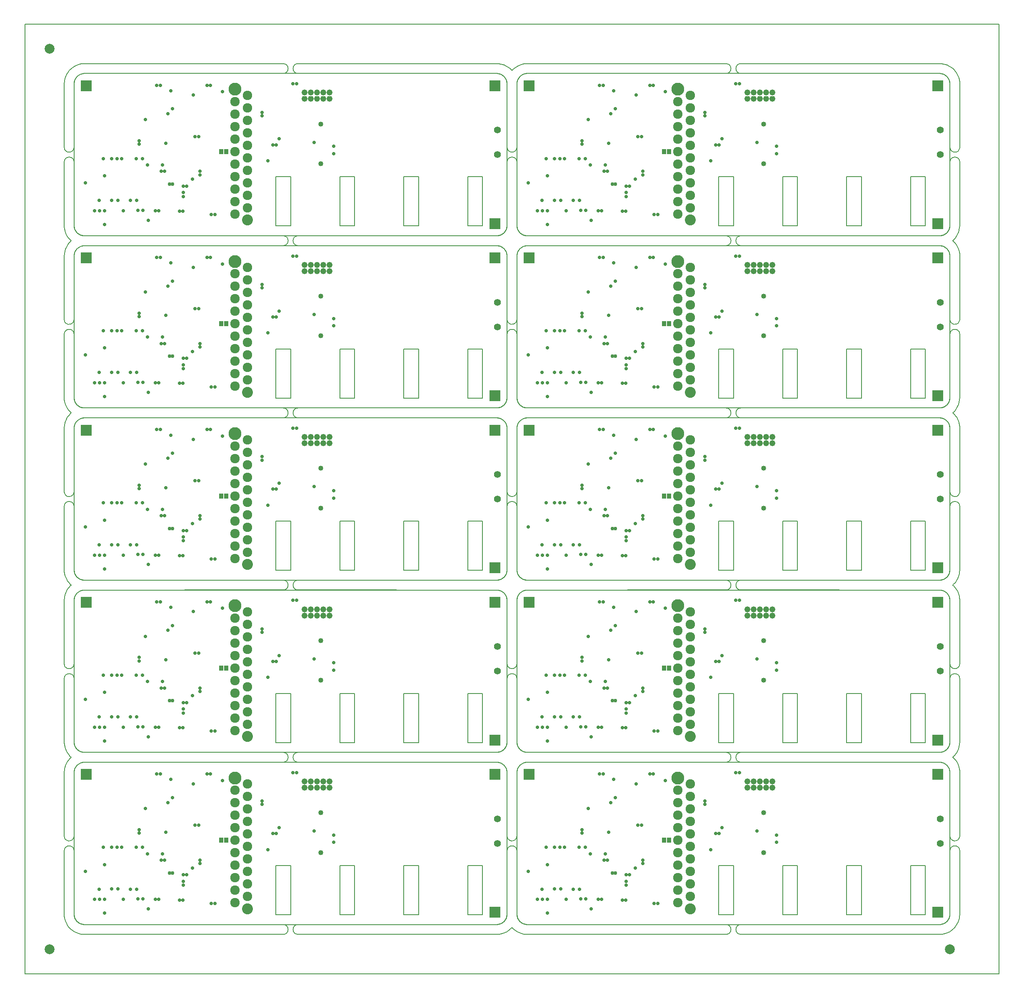
<source format=gbr>
*
%FSLAX26Y26*%
%MOIN*%
%ADD10C,0.048425*%
%ADD11C,0.075591*%
%ADD12R,0.036224X0.044104*%
%ADD13R,0.086693X0.086693*%
%ADD14C,0.028346*%
%ADD15C,0.029528*%
%ADD16C,0.055984*%
%ADD17C,0.040157*%
%ADD18C,0.087402*%
%ADD19C,0.103228*%
%ADD20R,0.004016X0.004016*%
%ADD21C,0.007874*%
%ADD22C,0.078740*%
%IPPOS*%
%LNsmb.gbr*%
%LPD*%
G75*
G54D10*
X02236621Y01539171D03*
Y01489171D03*
X02286621Y01539171D03*
Y01489171D03*
X02336621Y01539171D03*
Y01489171D03*
X02386621Y01539171D03*
Y01489171D03*
X02436621Y01539171D03*
Y01489171D03*
G54D11*
X01782291Y01518301D03*
X01682291Y01468301D03*
X01782291Y01418301D03*
X01682291Y01368301D03*
X01782291Y01318301D03*
X01682291Y01268301D03*
X01782291Y01218301D03*
X01682291Y01168301D03*
X01782291Y01118301D03*
X01682291Y01068301D03*
X01782291Y01018301D03*
X01682291Y00968301D03*
X01782291Y00918301D03*
X01682291Y00868301D03*
X01782291Y00818301D03*
X01682291Y00768301D03*
X01782291Y00718301D03*
X01682291Y00668301D03*
X01782291Y00618301D03*
X01682291Y00568301D03*
G54D12*
X01569931Y01067911D03*
X01611181D03*
G54D13*
X00492131Y01594481D03*
X03759851D03*
Y00492121D03*
G54D14*
X02314961Y01141731D03*
X01118111Y00909441D03*
X01090551D03*
X01484261Y01598421D03*
X01456701D03*
X01055121D03*
X01082681D03*
X01401581Y00909441D03*
Y00881881D03*
X01267721Y00740151D03*
Y00708661D03*
Y00791331D03*
X01295281D03*
X01984261Y01122041D03*
X02011811D03*
X01519691Y00562991D03*
X01492131D03*
X02145671Y01610231D03*
X02173231D03*
X01362211Y01188971D03*
X01389771D03*
X01897641Y01381881D03*
Y01354331D03*
X00913391Y01153541D03*
Y01125981D03*
X01236221Y00590551D03*
X01263781D03*
X01043311Y00594481D03*
X01070871D03*
X01581891Y01546451D03*
X01168511Y01554331D03*
G54D15*
X01157481Y00807081D03*
X01181111D03*
G54D14*
X00988191Y00518701D03*
X00484261Y00818891D03*
X00594491Y00677161D03*
X00637801Y00874011D03*
X01346461Y01519681D03*
X01125991Y01133851D03*
X00964571Y01322831D03*
X02035441Y01169291D03*
X01181111Y01409441D03*
X00845481Y00677161D03*
X01145671Y01370071D03*
X00895671Y00677161D03*
X00889771Y01011811D03*
X00905521Y00598421D03*
X00695481Y00677551D03*
X00775591Y01011811D03*
X00787411Y00594481D03*
X00737601Y01012401D03*
X00637801Y00594481D03*
X00625991Y01011811D03*
X01102371Y00960621D03*
X00980321D03*
X00559061Y00594481D03*
X02472441Y01051181D03*
X00695481Y01012201D03*
X00598431Y00594481D03*
X02472441Y01110231D03*
X00940951Y01011811D03*
X00944891Y00598421D03*
X01341541Y00846451D03*
X01942921Y00994091D03*
X00637801Y00484251D03*
X00745481Y00677751D03*
G54D16*
X03779531Y01043301D03*
Y01240151D03*
G54D17*
X02366151Y00970861D03*
Y01288971D03*
G54D18*
X01782291Y00519881D03*
G54D19*
X01682291Y01566731D03*
%LPC*%
G75*
X01682291Y01566731D02*
G54D20*
X02230391Y01514171D02*
X02242850D01*
X02261621Y01532941D02*
Y01545400D01*
Y01482941D02*
Y01495400D01*
X02280391Y01514171D02*
X02292850D01*
X02311621Y01482941D02*
Y01495400D01*
X02330391Y01514171D02*
X02342850D01*
X02361621Y01532941D02*
Y01545400D01*
Y01482941D02*
Y01495400D01*
X02380391Y01514171D02*
X02392850D01*
X02411621Y01532941D02*
Y01545400D01*
Y01482941D02*
Y01495400D01*
X02430391Y01514171D02*
X02442850D01*
%LPD*%
G75*
X02442850Y01514171D02*
G54D21*
X02007881Y00866141D02*
Y00472441D01*
X02125991D01*
Y00866141D01*
X02007881D01*
X03543311D02*
Y00472441D01*
X03661421D01*
Y00866141D01*
X03543311D01*
X02519691D02*
Y00472441D01*
X02637801D01*
Y00866141D01*
X02519691D01*
X03031501D02*
Y00472441D01*
X03149611D01*
Y00866141D01*
X03031501D01*
G54D10*
X02236621Y02917124D03*
Y02867124D03*
X02286621Y02917124D03*
Y02867124D03*
X02336621Y02917124D03*
Y02867124D03*
X02386621Y02917124D03*
Y02867124D03*
X02436621Y02917124D03*
Y02867124D03*
G54D11*
X01782291Y02896254D03*
X01682291Y02846254D03*
X01782291Y02796254D03*
X01682291Y02746254D03*
X01782291Y02696254D03*
X01682291Y02646254D03*
X01782291Y02596254D03*
X01682291Y02546254D03*
X01782291Y02496254D03*
X01682291Y02446254D03*
X01782291Y02396254D03*
X01682291Y02346254D03*
X01782291Y02296254D03*
X01682291Y02246254D03*
X01782291Y02196254D03*
X01682291Y02146254D03*
X01782291Y02096254D03*
X01682291Y02046254D03*
X01782291Y01996254D03*
X01682291Y01946254D03*
G54D12*
X01569931Y02445864D03*
X01611181D03*
G54D13*
X00492131Y02972434D03*
X03759851D03*
Y01870074D03*
G54D14*
X02314961Y02519684D03*
X01118111Y02287394D03*
X01090551D03*
X01484261Y02976374D03*
X01456701D03*
X01055121D03*
X01082681D03*
X01401581Y02287394D03*
Y02259834D03*
X01267721Y02118104D03*
Y02086614D03*
Y02169284D03*
X01295281D03*
X01984261Y02499994D03*
X02011811D03*
X01519691Y01940944D03*
X01492131D03*
X02145671Y02988184D03*
X02173231D03*
X01362211Y02566924D03*
X01389771D03*
X01897641Y02759834D03*
Y02732284D03*
X00913391Y02531494D03*
Y02503934D03*
X01236221Y01968504D03*
X01263781D03*
X01043311Y01972434D03*
X01070871D03*
X01581891Y02924404D03*
X01168511Y02932284D03*
G54D15*
X01157481Y02185034D03*
X01181111D03*
G54D14*
X00988191Y01896654D03*
X00484261Y02196844D03*
X00594491Y02055114D03*
X00637801Y02251964D03*
X01346461Y02897634D03*
X01125991Y02511804D03*
X00964571Y02700784D03*
X02035441Y02547244D03*
X01181111Y02787394D03*
X00845481Y02055114D03*
X01145671Y02748024D03*
X00895671Y02055114D03*
X00889771Y02389764D03*
X00905521Y01976374D03*
X00695481Y02055504D03*
X00775591Y02389764D03*
X00787411Y01972434D03*
X00737601Y02390354D03*
X00637801Y01972434D03*
X00625991Y02389764D03*
X01102371Y02338574D03*
X00980321D03*
X00559061Y01972434D03*
X02472441Y02429134D03*
X00695481Y02390154D03*
X00598431Y01972434D03*
X02472441Y02488184D03*
X00940951Y02389764D03*
X00944891Y01976374D03*
X01341541Y02224404D03*
X01942921Y02372044D03*
X00637801Y01862204D03*
X00745481Y02055704D03*
G54D16*
X03779531Y02421254D03*
Y02618104D03*
G54D17*
X02366151Y02348814D03*
Y02666924D03*
G54D18*
X01782291Y01897834D03*
G54D19*
X01682291Y02944684D03*
%LPC*%
G75*
X01682291Y02944684D02*
G54D20*
X02230391Y02892124D02*
X02242850D01*
X02261621Y02910894D02*
Y02923353D01*
Y02860894D02*
Y02873353D01*
X02280391Y02892124D02*
X02292850D01*
X02311621Y02860894D02*
Y02873353D01*
X02330391Y02892124D02*
X02342850D01*
X02361621Y02910894D02*
Y02923353D01*
Y02860894D02*
Y02873353D01*
X02380391Y02892124D02*
X02392850D01*
X02411621Y02910894D02*
Y02923353D01*
Y02860894D02*
Y02873353D01*
X02430391Y02892124D02*
X02442850D01*
%LPD*%
G75*
X02442850Y02892124D02*
G54D21*
X02007881Y02244094D02*
Y01850394D01*
X02125991D01*
Y02244094D01*
X02007881D01*
X03543311D02*
Y01850394D01*
X03661421D01*
Y02244094D01*
X03543311D01*
X02519691D02*
Y01850394D01*
X02637801D01*
Y02244094D01*
X02519691D01*
X03031501D02*
Y01850394D01*
X03149611D01*
Y02244094D01*
X03031501D01*
G54D10*
X02236621Y04295076D03*
Y04245076D03*
X02286621Y04295076D03*
Y04245076D03*
X02336621Y04295076D03*
Y04245076D03*
X02386621Y04295076D03*
Y04245076D03*
X02436621Y04295076D03*
Y04245076D03*
G54D11*
X01782291Y04274206D03*
X01682291Y04224206D03*
X01782291Y04174206D03*
X01682291Y04124206D03*
X01782291Y04074206D03*
X01682291Y04024206D03*
X01782291Y03974206D03*
X01682291Y03924206D03*
X01782291Y03874206D03*
X01682291Y03824206D03*
X01782291Y03774206D03*
X01682291Y03724206D03*
X01782291Y03674206D03*
X01682291Y03624206D03*
X01782291Y03574206D03*
X01682291Y03524206D03*
X01782291Y03474206D03*
X01682291Y03424206D03*
X01782291Y03374206D03*
X01682291Y03324206D03*
G54D12*
X01569931Y03823816D03*
X01611181D03*
G54D13*
X00492131Y04350386D03*
X03759851D03*
Y03248026D03*
G54D14*
X02314961Y03897636D03*
X01118111Y03665346D03*
X01090551D03*
X01484261Y04354326D03*
X01456701D03*
X01055121D03*
X01082681D03*
X01401581Y03665346D03*
Y03637786D03*
X01267721Y03496056D03*
Y03464566D03*
Y03547236D03*
X01295281D03*
X01984261Y03877946D03*
X02011811D03*
X01519691Y03318896D03*
X01492131D03*
X02145671Y04366136D03*
X02173231D03*
X01362211Y03944876D03*
X01389771D03*
X01897641Y04137786D03*
Y04110236D03*
X00913391Y03909446D03*
Y03881886D03*
X01236221Y03346456D03*
X01263781D03*
X01043311Y03350386D03*
X01070871D03*
X01581891Y04302356D03*
X01168511Y04310236D03*
G54D15*
X01157481Y03562986D03*
X01181111D03*
G54D14*
X00988191Y03274606D03*
X00484261Y03574796D03*
X00594491Y03433066D03*
X00637801Y03629916D03*
X01346461Y04275586D03*
X01125991Y03889756D03*
X00964571Y04078736D03*
X02035441Y03925196D03*
X01181111Y04165346D03*
X00845481Y03433066D03*
X01145671Y04125976D03*
X00895671Y03433066D03*
X00889771Y03767716D03*
X00905521Y03354326D03*
X00695481Y03433456D03*
X00775591Y03767716D03*
X00787411Y03350386D03*
X00737601Y03768306D03*
X00637801Y03350386D03*
X00625991Y03767716D03*
X01102371Y03716526D03*
X00980321D03*
X00559061Y03350386D03*
X02472441Y03807086D03*
X00695481Y03768106D03*
X00598431Y03350386D03*
X02472441Y03866136D03*
X00940951Y03767716D03*
X00944891Y03354326D03*
X01341541Y03602356D03*
X01942921Y03749996D03*
X00637801Y03240156D03*
X00745481Y03433656D03*
G54D16*
X03779531Y03799206D03*
Y03996056D03*
G54D17*
X02366151Y03726766D03*
Y04044876D03*
G54D18*
X01782291Y03275786D03*
G54D19*
X01682291Y04322636D03*
%LPC*%
G75*
X01682291Y04322636D02*
G54D20*
X02230391Y04270076D02*
X02242850D01*
X02261621Y04288847D02*
Y04301306D01*
Y04238847D02*
Y04251306D01*
X02280391Y04270076D02*
X02292850D01*
X02311621Y04238847D02*
Y04251306D01*
X02330391Y04270076D02*
X02342850D01*
X02361621Y04288847D02*
Y04301306D01*
Y04238847D02*
Y04251306D01*
X02380391Y04270076D02*
X02392850D01*
X02411621Y04288847D02*
Y04301306D01*
Y04238847D02*
Y04251306D01*
X02430391Y04270076D02*
X02442850D01*
%LPD*%
G75*
X02442850Y04270076D02*
G54D21*
X02007881Y03622046D02*
Y03228346D01*
X02125991D01*
Y03622046D01*
X02007881D01*
X03543311D02*
Y03228346D01*
X03661421D01*
Y03622046D01*
X03543311D01*
X02519691D02*
Y03228346D01*
X02637801D01*
Y03622046D01*
X02519691D01*
X03031501D02*
Y03228346D01*
X03149611D01*
Y03622046D01*
X03031501D01*
G54D10*
X02236621Y05673029D03*
Y05623029D03*
X02286621Y05673029D03*
Y05623029D03*
X02336621Y05673029D03*
Y05623029D03*
X02386621Y05673029D03*
Y05623029D03*
X02436621Y05673029D03*
Y05623029D03*
G54D11*
X01782291Y05652159D03*
X01682291Y05602159D03*
X01782291Y05552159D03*
X01682291Y05502159D03*
X01782291Y05452159D03*
X01682291Y05402159D03*
X01782291Y05352159D03*
X01682291Y05302159D03*
X01782291Y05252159D03*
X01682291Y05202159D03*
X01782291Y05152159D03*
X01682291Y05102159D03*
X01782291Y05052159D03*
X01682291Y05002159D03*
X01782291Y04952159D03*
X01682291Y04902159D03*
X01782291Y04852159D03*
X01682291Y04802159D03*
X01782291Y04752159D03*
X01682291Y04702159D03*
G54D12*
X01569931Y05201769D03*
X01611181D03*
G54D13*
X00492131Y05728339D03*
X03759851D03*
Y04625979D03*
G54D14*
X02314961Y05275589D03*
X01118111Y05043299D03*
X01090551D03*
X01484261Y05732279D03*
X01456701D03*
X01055121D03*
X01082681D03*
X01401581Y05043299D03*
Y05015739D03*
X01267721Y04874009D03*
Y04842519D03*
Y04925189D03*
X01295281D03*
X01984261Y05255899D03*
X02011811D03*
X01519691Y04696849D03*
X01492131D03*
X02145671Y05744089D03*
X02173231D03*
X01362211Y05322829D03*
X01389771D03*
X01897641Y05515739D03*
Y05488189D03*
X00913391Y05287399D03*
Y05259839D03*
X01236221Y04724409D03*
X01263781D03*
X01043311Y04728339D03*
X01070871D03*
X01581891Y05680309D03*
X01168511Y05688189D03*
G54D15*
X01157481Y04940939D03*
X01181111D03*
G54D14*
X00988191Y04652559D03*
X00484261Y04952749D03*
X00594491Y04811019D03*
X00637801Y05007869D03*
X01346461Y05653539D03*
X01125991Y05267709D03*
X00964571Y05456689D03*
X02035441Y05303149D03*
X01181111Y05543299D03*
X00845481Y04811019D03*
X01145671Y05503929D03*
X00895671Y04811019D03*
X00889771Y05145669D03*
X00905521Y04732279D03*
X00695481Y04811409D03*
X00775591Y05145669D03*
X00787411Y04728339D03*
X00737601Y05146259D03*
X00637801Y04728339D03*
X00625991Y05145669D03*
X01102371Y05094479D03*
X00980321D03*
X00559061Y04728339D03*
X02472441Y05185039D03*
X00695481Y05146059D03*
X00598431Y04728339D03*
X02472441Y05244089D03*
X00940951Y05145669D03*
X00944891Y04732279D03*
X01341541Y04980309D03*
X01942921Y05127949D03*
X00637801Y04618109D03*
X00745481Y04811609D03*
G54D16*
X03779531Y05177159D03*
Y05374009D03*
G54D17*
X02366151Y05104719D03*
Y05422829D03*
G54D18*
X01782291Y04653739D03*
G54D19*
X01682291Y05700589D03*
%LPC*%
G75*
X01682291Y05700589D02*
G54D20*
X02230391Y05648029D02*
X02242850D01*
X02261621Y05666800D02*
Y05679258D01*
Y05616800D02*
Y05629258D01*
X02280391Y05648029D02*
X02292850D01*
X02311621Y05616800D02*
Y05629258D01*
X02330391Y05648029D02*
X02342850D01*
X02361621Y05666800D02*
Y05679258D01*
Y05616800D02*
Y05629258D01*
X02380391Y05648029D02*
X02392850D01*
X02411621Y05666800D02*
Y05679258D01*
Y05616800D02*
Y05629258D01*
X02430391Y05648029D02*
X02442850D01*
%LPD*%
G75*
X02442850Y05648029D02*
G54D21*
X02007881Y04999999D02*
Y04606299D01*
X02125991D01*
Y04999999D01*
X02007881D01*
X03543311D02*
Y04606299D01*
X03661421D01*
Y04999999D01*
X03543311D01*
X02519691D02*
Y04606299D01*
X02637801D01*
Y04999999D01*
X02519691D01*
X03031501D02*
Y04606299D01*
X03149611D01*
Y04999999D01*
X03031501D01*
G54D10*
X02236621Y07050982D03*
Y07000982D03*
X02286621Y07050982D03*
Y07000982D03*
X02336621Y07050982D03*
Y07000982D03*
X02386621Y07050982D03*
Y07000982D03*
X02436621Y07050982D03*
Y07000982D03*
G54D11*
X01782291Y07030112D03*
X01682291Y06980112D03*
X01782291Y06930112D03*
X01682291Y06880112D03*
X01782291Y06830112D03*
X01682291Y06780112D03*
X01782291Y06730112D03*
X01682291Y06680112D03*
X01782291Y06630112D03*
X01682291Y06580112D03*
X01782291Y06530112D03*
X01682291Y06480112D03*
X01782291Y06430112D03*
X01682291Y06380112D03*
X01782291Y06330112D03*
X01682291Y06280112D03*
X01782291Y06230112D03*
X01682291Y06180112D03*
X01782291Y06130112D03*
X01682291Y06080112D03*
G54D12*
X01569931Y06579722D03*
X01611181D03*
G54D13*
X00492131Y07106292D03*
X03759851D03*
Y06003932D03*
G54D14*
X02314961Y06653542D03*
X01118111Y06421252D03*
X01090551D03*
X01484261Y07110232D03*
X01456701D03*
X01055121D03*
X01082681D03*
X01401581Y06421252D03*
Y06393692D03*
X01267721Y06251962D03*
Y06220472D03*
Y06303142D03*
X01295281D03*
X01984261Y06633852D03*
X02011811D03*
X01519691Y06074802D03*
X01492131D03*
X02145671Y07122042D03*
X02173231D03*
X01362211Y06700782D03*
X01389771D03*
X01897641Y06893692D03*
Y06866142D03*
X00913391Y06665352D03*
Y06637792D03*
X01236221Y06102362D03*
X01263781D03*
X01043311Y06106292D03*
X01070871D03*
X01581891Y07058262D03*
X01168511Y07066142D03*
G54D15*
X01157481Y06318892D03*
X01181111D03*
G54D14*
X00988191Y06030512D03*
X00484261Y06330702D03*
X00594491Y06188972D03*
X00637801Y06385822D03*
X01346461Y07031492D03*
X01125991Y06645662D03*
X00964571Y06834642D03*
X02035441Y06681102D03*
X01181111Y06921252D03*
X00845481Y06188972D03*
X01145671Y06881882D03*
X00895671Y06188972D03*
X00889771Y06523622D03*
X00905521Y06110232D03*
X00695481Y06189362D03*
X00775591Y06523622D03*
X00787411Y06106292D03*
X00737601Y06524212D03*
X00637801Y06106292D03*
X00625991Y06523622D03*
X01102371Y06472432D03*
X00980321D03*
X00559061Y06106292D03*
X02472441Y06562992D03*
X00695481Y06524012D03*
X00598431Y06106292D03*
X02472441Y06622042D03*
X00940951Y06523622D03*
X00944891Y06110232D03*
X01341541Y06358262D03*
X01942921Y06505902D03*
X00637801Y05996062D03*
X00745481Y06189562D03*
G54D16*
X03779531Y06555112D03*
Y06751962D03*
G54D17*
X02366151Y06482672D03*
Y06800782D03*
G54D18*
X01782291Y06031692D03*
G54D19*
X01682291Y07078542D03*
%LPC*%
G75*
X01682291Y07078542D02*
G54D20*
X02230391Y07025982D02*
X02242850D01*
X02261621Y07044752D02*
Y07057211D01*
Y06994752D02*
Y07007211D01*
X02280391Y07025982D02*
X02292850D01*
X02311621Y06994752D02*
Y07007211D01*
X02330391Y07025982D02*
X02342850D01*
X02361621Y07044752D02*
Y07057211D01*
Y06994752D02*
Y07007211D01*
X02380391Y07025982D02*
X02392850D01*
X02411621Y07044752D02*
Y07057211D01*
Y06994752D02*
Y07007211D01*
X02430391Y07025982D02*
X02442850D01*
%LPD*%
G75*
X02442850Y07025982D02*
G54D21*
X02007881Y06377952D02*
Y05984252D01*
X02125991D01*
Y06377952D01*
X02007881D01*
X03543311D02*
Y05984252D01*
X03661421D01*
Y06377952D01*
X03543311D01*
X02519691D02*
Y05984252D01*
X02637801D01*
Y06377952D01*
X02519691D01*
X03031501D02*
Y05984252D01*
X03149611D01*
Y06377952D01*
X03031501D01*
G54D10*
X05779928Y01539171D03*
Y01489171D03*
X05829928Y01539171D03*
Y01489171D03*
X05879928Y01539171D03*
Y01489171D03*
X05929928Y01539171D03*
Y01489171D03*
X05979928Y01539171D03*
Y01489171D03*
G54D11*
X05325598Y01518301D03*
X05225598Y01468301D03*
X05325598Y01418301D03*
X05225598Y01368301D03*
X05325598Y01318301D03*
X05225598Y01268301D03*
X05325598Y01218301D03*
X05225598Y01168301D03*
X05325598Y01118301D03*
X05225598Y01068301D03*
X05325598Y01018301D03*
X05225598Y00968301D03*
X05325598Y00918301D03*
X05225598Y00868301D03*
X05325598Y00818301D03*
X05225598Y00768301D03*
X05325598Y00718301D03*
X05225598Y00668301D03*
X05325598Y00618301D03*
X05225598Y00568301D03*
G54D12*
X05113238Y01067911D03*
X05154488D03*
G54D13*
X04035438Y01594481D03*
X07303158D03*
Y00492121D03*
G54D14*
X05858268Y01141731D03*
X04661418Y00909441D03*
X04633858D03*
X05027568Y01598421D03*
X05000008D03*
X04598428D03*
X04625988D03*
X04944888Y00909441D03*
Y00881881D03*
X04811028Y00740151D03*
Y00708661D03*
Y00791331D03*
X04838588D03*
X05527568Y01122041D03*
X05555118D03*
X05062998Y00562991D03*
X05035438D03*
X05688978Y01610231D03*
X05716538D03*
X04905518Y01188971D03*
X04933078D03*
X05440948Y01381881D03*
Y01354331D03*
X04456698Y01153541D03*
Y01125981D03*
X04779528Y00590551D03*
X04807088D03*
X04586618Y00594481D03*
X04614178D03*
X05125198Y01546451D03*
X04711818Y01554331D03*
G54D15*
X04700788Y00807081D03*
X04724418D03*
G54D14*
X04531498Y00518701D03*
X04027568Y00818891D03*
X04137798Y00677161D03*
X04181108Y00874011D03*
X04889768Y01519681D03*
X04669298Y01133851D03*
X04507878Y01322831D03*
X05578748Y01169291D03*
X04724418Y01409441D03*
X04388788Y00677161D03*
X04688978Y01370071D03*
X04438978Y00677161D03*
X04433078Y01011811D03*
X04448828Y00598421D03*
X04238788Y00677551D03*
X04318898Y01011811D03*
X04330718Y00594481D03*
X04280908Y01012401D03*
X04181108Y00594481D03*
X04169298Y01011811D03*
X04645678Y00960621D03*
X04523628D03*
X04102368Y00594481D03*
X06015748Y01051181D03*
X04238788Y01012201D03*
X04141738Y00594481D03*
X06015748Y01110231D03*
X04484258Y01011811D03*
X04488198Y00598421D03*
X04884848Y00846451D03*
X05486228Y00994091D03*
X04181108Y00484251D03*
X04288788Y00677751D03*
G54D16*
X07322838Y01043301D03*
Y01240151D03*
G54D17*
X05909458Y00970861D03*
Y01288971D03*
G54D18*
X05325598Y00519881D03*
G54D19*
X05225598Y01566731D03*
%LPC*%
G75*
X05225598Y01566731D02*
G54D20*
X05773699Y01514171D02*
X05786157D01*
X05804928Y01532941D02*
Y01545400D01*
Y01482941D02*
Y01495400D01*
X05823699Y01514171D02*
X05836157D01*
X05854928Y01482941D02*
Y01495400D01*
X05873699Y01514171D02*
X05886157D01*
X05904928Y01532941D02*
Y01545400D01*
Y01482941D02*
Y01495400D01*
X05923699Y01514171D02*
X05936157D01*
X05954928Y01532941D02*
Y01545400D01*
Y01482941D02*
Y01495400D01*
X05973699Y01514171D02*
X05986157D01*
%LPD*%
G75*
X05986157Y01514171D02*
G54D21*
X05551188Y00866141D02*
Y00472441D01*
X05669298D01*
Y00866141D01*
X05551188D01*
X07086618D02*
Y00472441D01*
X07204728D01*
Y00866141D01*
X07086618D01*
X06062998D02*
Y00472441D01*
X06181108D01*
Y00866141D01*
X06062998D01*
X06574808D02*
Y00472441D01*
X06692918D01*
Y00866141D01*
X06574808D01*
G54D10*
X05779928Y02917124D03*
Y02867124D03*
X05829928Y02917124D03*
Y02867124D03*
X05879928Y02917124D03*
Y02867124D03*
X05929928Y02917124D03*
Y02867124D03*
X05979928Y02917124D03*
Y02867124D03*
G54D11*
X05325598Y02896254D03*
X05225598Y02846254D03*
X05325598Y02796254D03*
X05225598Y02746254D03*
X05325598Y02696254D03*
X05225598Y02646254D03*
X05325598Y02596254D03*
X05225598Y02546254D03*
X05325598Y02496254D03*
X05225598Y02446254D03*
X05325598Y02396254D03*
X05225598Y02346254D03*
X05325598Y02296254D03*
X05225598Y02246254D03*
X05325598Y02196254D03*
X05225598Y02146254D03*
X05325598Y02096254D03*
X05225598Y02046254D03*
X05325598Y01996254D03*
X05225598Y01946254D03*
G54D12*
X05113238Y02445864D03*
X05154488D03*
G54D13*
X04035438Y02972434D03*
X07303158D03*
Y01870074D03*
G54D14*
X05858268Y02519684D03*
X04661418Y02287394D03*
X04633858D03*
X05027568Y02976374D03*
X05000008D03*
X04598428D03*
X04625988D03*
X04944888Y02287394D03*
Y02259834D03*
X04811028Y02118104D03*
Y02086614D03*
Y02169284D03*
X04838588D03*
X05527568Y02499994D03*
X05555118D03*
X05062998Y01940944D03*
X05035438D03*
X05688978Y02988184D03*
X05716538D03*
X04905518Y02566924D03*
X04933078D03*
X05440948Y02759834D03*
Y02732284D03*
X04456698Y02531494D03*
Y02503934D03*
X04779528Y01968504D03*
X04807088D03*
X04586618Y01972434D03*
X04614178D03*
X05125198Y02924404D03*
X04711818Y02932284D03*
G54D15*
X04700788Y02185034D03*
X04724418D03*
G54D14*
X04531498Y01896654D03*
X04027568Y02196844D03*
X04137798Y02055114D03*
X04181108Y02251964D03*
X04889768Y02897634D03*
X04669298Y02511804D03*
X04507878Y02700784D03*
X05578748Y02547244D03*
X04724418Y02787394D03*
X04388788Y02055114D03*
X04688978Y02748024D03*
X04438978Y02055114D03*
X04433078Y02389764D03*
X04448828Y01976374D03*
X04238788Y02055504D03*
X04318898Y02389764D03*
X04330718Y01972434D03*
X04280908Y02390354D03*
X04181108Y01972434D03*
X04169298Y02389764D03*
X04645678Y02338574D03*
X04523628D03*
X04102368Y01972434D03*
X06015748Y02429134D03*
X04238788Y02390154D03*
X04141738Y01972434D03*
X06015748Y02488184D03*
X04484258Y02389764D03*
X04488198Y01976374D03*
X04884848Y02224404D03*
X05486228Y02372044D03*
X04181108Y01862204D03*
X04288788Y02055704D03*
G54D16*
X07322838Y02421254D03*
Y02618104D03*
G54D17*
X05909458Y02348814D03*
Y02666924D03*
G54D18*
X05325598Y01897834D03*
G54D19*
X05225598Y02944684D03*
%LPC*%
G75*
X05225598Y02944684D02*
G54D20*
X05773699Y02892124D02*
X05786157D01*
X05804928Y02910894D02*
Y02923353D01*
Y02860894D02*
Y02873353D01*
X05823699Y02892124D02*
X05836157D01*
X05854928Y02860894D02*
Y02873353D01*
X05873699Y02892124D02*
X05886157D01*
X05904928Y02910894D02*
Y02923353D01*
Y02860894D02*
Y02873353D01*
X05923699Y02892124D02*
X05936157D01*
X05954928Y02910894D02*
Y02923353D01*
Y02860894D02*
Y02873353D01*
X05973699Y02892124D02*
X05986157D01*
%LPD*%
G75*
X05986157Y02892124D02*
G54D21*
X05551188Y02244094D02*
Y01850394D01*
X05669298D01*
Y02244094D01*
X05551188D01*
X07086618D02*
Y01850394D01*
X07204728D01*
Y02244094D01*
X07086618D01*
X06062998D02*
Y01850394D01*
X06181108D01*
Y02244094D01*
X06062998D01*
X06574808D02*
Y01850394D01*
X06692918D01*
Y02244094D01*
X06574808D01*
G54D10*
X05779928Y04295076D03*
Y04245076D03*
X05829928Y04295076D03*
Y04245076D03*
X05879928Y04295076D03*
Y04245076D03*
X05929928Y04295076D03*
Y04245076D03*
X05979928Y04295076D03*
Y04245076D03*
G54D11*
X05325598Y04274206D03*
X05225598Y04224206D03*
X05325598Y04174206D03*
X05225598Y04124206D03*
X05325598Y04074206D03*
X05225598Y04024206D03*
X05325598Y03974206D03*
X05225598Y03924206D03*
X05325598Y03874206D03*
X05225598Y03824206D03*
X05325598Y03774206D03*
X05225598Y03724206D03*
X05325598Y03674206D03*
X05225598Y03624206D03*
X05325598Y03574206D03*
X05225598Y03524206D03*
X05325598Y03474206D03*
X05225598Y03424206D03*
X05325598Y03374206D03*
X05225598Y03324206D03*
G54D12*
X05113238Y03823816D03*
X05154488D03*
G54D13*
X04035438Y04350386D03*
X07303158D03*
Y03248026D03*
G54D14*
X05858268Y03897636D03*
X04661418Y03665346D03*
X04633858D03*
X05027568Y04354326D03*
X05000008D03*
X04598428D03*
X04625988D03*
X04944888Y03665346D03*
Y03637786D03*
X04811028Y03496056D03*
Y03464566D03*
Y03547236D03*
X04838588D03*
X05527568Y03877946D03*
X05555118D03*
X05062998Y03318896D03*
X05035438D03*
X05688978Y04366136D03*
X05716538D03*
X04905518Y03944876D03*
X04933078D03*
X05440948Y04137786D03*
Y04110236D03*
X04456698Y03909446D03*
Y03881886D03*
X04779528Y03346456D03*
X04807088D03*
X04586618Y03350386D03*
X04614178D03*
X05125198Y04302356D03*
X04711818Y04310236D03*
G54D15*
X04700788Y03562986D03*
X04724418D03*
G54D14*
X04531498Y03274606D03*
X04027568Y03574796D03*
X04137798Y03433066D03*
X04181108Y03629916D03*
X04889768Y04275586D03*
X04669298Y03889756D03*
X04507878Y04078736D03*
X05578748Y03925196D03*
X04724418Y04165346D03*
X04388788Y03433066D03*
X04688978Y04125976D03*
X04438978Y03433066D03*
X04433078Y03767716D03*
X04448828Y03354326D03*
X04238788Y03433456D03*
X04318898Y03767716D03*
X04330718Y03350386D03*
X04280908Y03768306D03*
X04181108Y03350386D03*
X04169298Y03767716D03*
X04645678Y03716526D03*
X04523628D03*
X04102368Y03350386D03*
X06015748Y03807086D03*
X04238788Y03768106D03*
X04141738Y03350386D03*
X06015748Y03866136D03*
X04484258Y03767716D03*
X04488198Y03354326D03*
X04884848Y03602356D03*
X05486228Y03749996D03*
X04181108Y03240156D03*
X04288788Y03433656D03*
G54D16*
X07322838Y03799206D03*
Y03996056D03*
G54D17*
X05909458Y03726766D03*
Y04044876D03*
G54D18*
X05325598Y03275786D03*
G54D19*
X05225598Y04322636D03*
%LPC*%
G75*
X05225598Y04322636D02*
G54D20*
X05773699Y04270076D02*
X05786157D01*
X05804928Y04288847D02*
Y04301306D01*
Y04238847D02*
Y04251306D01*
X05823699Y04270076D02*
X05836157D01*
X05854928Y04238847D02*
Y04251306D01*
X05873699Y04270076D02*
X05886157D01*
X05904928Y04288847D02*
Y04301306D01*
Y04238847D02*
Y04251306D01*
X05923699Y04270076D02*
X05936157D01*
X05954928Y04288847D02*
Y04301306D01*
Y04238847D02*
Y04251306D01*
X05973699Y04270076D02*
X05986157D01*
%LPD*%
G75*
X05986157Y04270076D02*
G54D21*
X05551188Y03622046D02*
Y03228346D01*
X05669298D01*
Y03622046D01*
X05551188D01*
X07086618D02*
Y03228346D01*
X07204728D01*
Y03622046D01*
X07086618D01*
X06062998D02*
Y03228346D01*
X06181108D01*
Y03622046D01*
X06062998D01*
X06574808D02*
Y03228346D01*
X06692918D01*
Y03622046D01*
X06574808D01*
G54D10*
X05779928Y05673029D03*
Y05623029D03*
X05829928Y05673029D03*
Y05623029D03*
X05879928Y05673029D03*
Y05623029D03*
X05929928Y05673029D03*
Y05623029D03*
X05979928Y05673029D03*
Y05623029D03*
G54D11*
X05325598Y05652159D03*
X05225598Y05602159D03*
X05325598Y05552159D03*
X05225598Y05502159D03*
X05325598Y05452159D03*
X05225598Y05402159D03*
X05325598Y05352159D03*
X05225598Y05302159D03*
X05325598Y05252159D03*
X05225598Y05202159D03*
X05325598Y05152159D03*
X05225598Y05102159D03*
X05325598Y05052159D03*
X05225598Y05002159D03*
X05325598Y04952159D03*
X05225598Y04902159D03*
X05325598Y04852159D03*
X05225598Y04802159D03*
X05325598Y04752159D03*
X05225598Y04702159D03*
G54D12*
X05113238Y05201769D03*
X05154488D03*
G54D13*
X04035438Y05728339D03*
X07303158D03*
Y04625979D03*
G54D14*
X05858268Y05275589D03*
X04661418Y05043299D03*
X04633858D03*
X05027568Y05732279D03*
X05000008D03*
X04598428D03*
X04625988D03*
X04944888Y05043299D03*
Y05015739D03*
X04811028Y04874009D03*
Y04842519D03*
Y04925189D03*
X04838588D03*
X05527568Y05255899D03*
X05555118D03*
X05062998Y04696849D03*
X05035438D03*
X05688978Y05744089D03*
X05716538D03*
X04905518Y05322829D03*
X04933078D03*
X05440948Y05515739D03*
Y05488189D03*
X04456698Y05287399D03*
Y05259839D03*
X04779528Y04724409D03*
X04807088D03*
X04586618Y04728339D03*
X04614178D03*
X05125198Y05680309D03*
X04711818Y05688189D03*
G54D15*
X04700788Y04940939D03*
X04724418D03*
G54D14*
X04531498Y04652559D03*
X04027568Y04952749D03*
X04137798Y04811019D03*
X04181108Y05007869D03*
X04889768Y05653539D03*
X04669298Y05267709D03*
X04507878Y05456689D03*
X05578748Y05303149D03*
X04724418Y05543299D03*
X04388788Y04811019D03*
X04688978Y05503929D03*
X04438978Y04811019D03*
X04433078Y05145669D03*
X04448828Y04732279D03*
X04238788Y04811409D03*
X04318898Y05145669D03*
X04330718Y04728339D03*
X04280908Y05146259D03*
X04181108Y04728339D03*
X04169298Y05145669D03*
X04645678Y05094479D03*
X04523628D03*
X04102368Y04728339D03*
X06015748Y05185039D03*
X04238788Y05146059D03*
X04141738Y04728339D03*
X06015748Y05244089D03*
X04484258Y05145669D03*
X04488198Y04732279D03*
X04884848Y04980309D03*
X05486228Y05127949D03*
X04181108Y04618109D03*
X04288788Y04811609D03*
G54D16*
X07322838Y05177159D03*
Y05374009D03*
G54D17*
X05909458Y05104719D03*
Y05422829D03*
G54D18*
X05325598Y04653739D03*
G54D19*
X05225598Y05700589D03*
%LPC*%
G75*
X05225598Y05700589D02*
G54D20*
X05773699Y05648029D02*
X05786157D01*
X05804928Y05666800D02*
Y05679258D01*
Y05616800D02*
Y05629258D01*
X05823699Y05648029D02*
X05836157D01*
X05854928Y05616800D02*
Y05629258D01*
X05873699Y05648029D02*
X05886157D01*
X05904928Y05666800D02*
Y05679258D01*
Y05616800D02*
Y05629258D01*
X05923699Y05648029D02*
X05936157D01*
X05954928Y05666800D02*
Y05679258D01*
Y05616800D02*
Y05629258D01*
X05973699Y05648029D02*
X05986157D01*
%LPD*%
G75*
X05986157Y05648029D02*
G54D21*
X05551188Y04999999D02*
Y04606299D01*
X05669298D01*
Y04999999D01*
X05551188D01*
X07086618D02*
Y04606299D01*
X07204728D01*
Y04999999D01*
X07086618D01*
X06062998D02*
Y04606299D01*
X06181108D01*
Y04999999D01*
X06062998D01*
X06574808D02*
Y04606299D01*
X06692918D01*
Y04999999D01*
X06574808D01*
G54D10*
X05779928Y07050982D03*
Y07000982D03*
X05829928Y07050982D03*
Y07000982D03*
X05879928Y07050982D03*
Y07000982D03*
X05929928Y07050982D03*
Y07000982D03*
X05979928Y07050982D03*
Y07000982D03*
G54D11*
X05325598Y07030112D03*
X05225598Y06980112D03*
X05325598Y06930112D03*
X05225598Y06880112D03*
X05325598Y06830112D03*
X05225598Y06780112D03*
X05325598Y06730112D03*
X05225598Y06680112D03*
X05325598Y06630112D03*
X05225598Y06580112D03*
X05325598Y06530112D03*
X05225598Y06480112D03*
X05325598Y06430112D03*
X05225598Y06380112D03*
X05325598Y06330112D03*
X05225598Y06280112D03*
X05325598Y06230112D03*
X05225598Y06180112D03*
X05325598Y06130112D03*
X05225598Y06080112D03*
G54D12*
X05113238Y06579722D03*
X05154488D03*
G54D13*
X04035438Y07106292D03*
X07303158D03*
Y06003932D03*
G54D14*
X05858268Y06653542D03*
X04661418Y06421252D03*
X04633858D03*
X05027568Y07110232D03*
X05000008D03*
X04598428D03*
X04625988D03*
X04944888Y06421252D03*
Y06393692D03*
X04811028Y06251962D03*
Y06220472D03*
Y06303142D03*
X04838588D03*
X05527568Y06633852D03*
X05555118D03*
X05062998Y06074802D03*
X05035438D03*
X05688978Y07122042D03*
X05716538D03*
X04905518Y06700782D03*
X04933078D03*
X05440948Y06893692D03*
Y06866142D03*
X04456698Y06665352D03*
Y06637792D03*
X04779528Y06102362D03*
X04807088D03*
X04586618Y06106292D03*
X04614178D03*
X05125198Y07058262D03*
X04711818Y07066142D03*
G54D15*
X04700788Y06318892D03*
X04724418D03*
G54D14*
X04531498Y06030512D03*
X04027568Y06330702D03*
X04137798Y06188972D03*
X04181108Y06385822D03*
X04889768Y07031492D03*
X04669298Y06645662D03*
X04507878Y06834642D03*
X05578748Y06681102D03*
X04724418Y06921252D03*
X04388788Y06188972D03*
X04688978Y06881882D03*
X04438978Y06188972D03*
X04433078Y06523622D03*
X04448828Y06110232D03*
X04238788Y06189362D03*
X04318898Y06523622D03*
X04330718Y06106292D03*
X04280908Y06524212D03*
X04181108Y06106292D03*
X04169298Y06523622D03*
X04645678Y06472432D03*
X04523628D03*
X04102368Y06106292D03*
X06015748Y06562992D03*
X04238788Y06524012D03*
X04141738Y06106292D03*
X06015748Y06622042D03*
X04484258Y06523622D03*
X04488198Y06110232D03*
X04884848Y06358262D03*
X05486228Y06505902D03*
X04181108Y05996062D03*
X04288788Y06189562D03*
G54D16*
X07322838Y06555112D03*
Y06751962D03*
G54D17*
X05909458Y06482672D03*
Y06800782D03*
G54D18*
X05325598Y06031692D03*
G54D19*
X05225598Y07078542D03*
%LPC*%
G75*
X05225598Y07078542D02*
G54D20*
X05773699Y07025982D02*
X05786157D01*
X05804928Y07044752D02*
Y07057211D01*
Y06994752D02*
Y07007211D01*
X05823699Y07025982D02*
X05836157D01*
X05854928Y06994752D02*
Y07007211D01*
X05873699Y07025982D02*
X05886157D01*
X05904928Y07044752D02*
Y07057211D01*
Y06994752D02*
Y07007211D01*
X05923699Y07025982D02*
X05936157D01*
X05954928Y07044752D02*
Y07057211D01*
Y06994752D02*
Y07007211D01*
X05973699Y07025982D02*
X05986157D01*
%LPD*%
G75*
X05986157Y07025982D02*
G54D21*
X05551188Y06377952D02*
Y05984252D01*
X05669298D01*
Y06377952D01*
X05551188D01*
X07086618D02*
Y05984252D01*
X07204728D01*
Y06377952D01*
X07086618D01*
X06062998D02*
Y05984252D01*
X06181108D01*
Y06377952D01*
X06062998D01*
X06574808D02*
Y05984252D01*
X06692918D01*
Y06377952D01*
X06574808D01*
X00476381Y00393701D02*
X03775591D01*
Y01692911D02*
X00476381D01*
X03858271Y01610231D02*
Y00476371D01*
X02007881Y00866141D02*
Y00472441D01*
X02125991D01*
Y00866141D01*
X02007881D01*
X03543311D02*
Y00472441D01*
X03661421D01*
Y00866141D01*
X03543311D01*
X02519691D02*
Y00472441D01*
X02637801D01*
Y00866141D01*
X02519691D01*
X03031501D02*
Y00472441D01*
X03149611D01*
Y00866141D01*
X03031501D01*
X00393701Y00476371D02*
Y01610231D01*
X00393721Y01612231D01*
X00393801Y01614221D01*
X00393921Y01616221D01*
X00394091Y01618211D01*
X00394301Y01620201D01*
X00394571Y01622181D01*
X00394881Y01624151D01*
X00395241Y01626121D01*
X00395651Y01628071D01*
X00396101Y01630021D01*
X00396601Y01631951D01*
X00397151Y01633871D01*
X00397751Y01635781D01*
X00398391Y01637671D01*
X00399071Y01639551D01*
X00399801Y01641411D01*
X00400581Y01643251D01*
X00401401Y01645071D01*
X00402261Y01646871D01*
X00403171Y01648651D01*
X00404121Y01650411D01*
X00405111Y01652151D01*
X00406151Y01653861D01*
X00407221Y01655541D01*
X00408341Y01657201D01*
X00409491Y01658831D01*
X00410681Y01660431D01*
X00411921Y01662001D01*
X00413191Y01663551D01*
X00414491Y01665061D01*
X00415841Y01666541D01*
X00417211Y01667981D01*
X00418631Y01669401D01*
X00420071Y01670771D01*
X00421551Y01672121D01*
X00423061Y01673421D01*
X00424611Y01674691D01*
X00426181Y01675931D01*
X00427781Y01677121D01*
X00429411Y01678271D01*
X00431071Y01679391D01*
X00432751Y01680461D01*
X00434461Y01681501D01*
X00436201Y01682491D01*
X00437961Y01683441D01*
X00439741Y01684351D01*
X00441541Y01685211D01*
X00443361Y01686031D01*
X00445201Y01686811D01*
X00447061Y01687541D01*
X00448941Y01688221D01*
X00450831Y01688861D01*
X00452741Y01689461D01*
X00454661Y01690011D01*
X00456591Y01690511D01*
X00458541Y01690961D01*
X00460491Y01691371D01*
X00462461Y01691731D01*
X00464431Y01692041D01*
X00466411Y01692311D01*
X00468401Y01692521D01*
X00470391Y01692691D01*
X00472391Y01692811D01*
X00474381Y01692891D01*
X00476381Y01692911D01*
X00393701Y00476371D02*
X00393721Y00474371D01*
X00393801Y00472381D01*
X00393921Y00470381D01*
X00394091Y00468391D01*
X00394301Y00466401D01*
X00394571Y00464421D01*
X00394881Y00462451D01*
X00395241Y00460481D01*
X00395651Y00458531D01*
X00396101Y00456581D01*
X00396601Y00454651D01*
X00397151Y00452731D01*
X00397751Y00450821D01*
X00398391Y00448931D01*
X00399071Y00447051D01*
X00399801Y00445191D01*
X00400581Y00443351D01*
X00401401Y00441531D01*
X00402261Y00439731D01*
X00403171Y00437951D01*
X00404121Y00436191D01*
X00405111Y00434451D01*
X00406151Y00432741D01*
X00407221Y00431061D01*
X00408341Y00429401D01*
X00409491Y00427771D01*
X00410681Y00426171D01*
X00411921Y00424601D01*
X00413191Y00423051D01*
X00414491Y00421541D01*
X00415841Y00420061D01*
X00417211Y00418621D01*
X00418631Y00417201D01*
X00420071Y00415831D01*
X00421551Y00414481D01*
X00423061Y00413181D01*
X00424611Y00411911D01*
X00426181Y00410671D01*
X00427781Y00409481D01*
X00429411Y00408331D01*
X00431071Y00407211D01*
X00432751Y00406141D01*
X00434461Y00405101D01*
X00436201Y00404111D01*
X00437961Y00403161D01*
X00439741Y00402251D01*
X00441541Y00401391D01*
X00443361Y00400571D01*
X00445201Y00399791D01*
X00447061Y00399061D01*
X00448941Y00398381D01*
X00450831Y00397741D01*
X00452741Y00397141D01*
X00454661Y00396591D01*
X00456591Y00396091D01*
X00458541Y00395641D01*
X00460491Y00395231D01*
X00462461Y00394871D01*
X00464431Y00394561D01*
X00466411Y00394291D01*
X00468401Y00394081D01*
X00470391Y00393911D01*
X00472391Y00393791D01*
X00474381Y00393711D01*
X00476381Y00393691D01*
X03775591D02*
X03777591Y00393711D01*
X03779581Y00393791D01*
X03781581Y00393911D01*
X03783571Y00394081D01*
X03785561Y00394291D01*
X03787541Y00394561D01*
X03789511Y00394871D01*
X03791481Y00395231D01*
X03793431Y00395641D01*
X03795381Y00396091D01*
X03797311Y00396591D01*
X03799231Y00397141D01*
X03801141Y00397741D01*
X03803031Y00398381D01*
X03804911Y00399061D01*
X03806771Y00399791D01*
X03808611Y00400571D01*
X03810431Y00401391D01*
X03812231Y00402251D01*
X03814011Y00403161D01*
X03815771Y00404111D01*
X03817511Y00405101D01*
X03819221Y00406141D01*
X03820901Y00407211D01*
X03822561Y00408331D01*
X03824191Y00409481D01*
X03825791Y00410671D01*
X03827361Y00411911D01*
X03828911Y00413181D01*
X03830421Y00414481D01*
X03831901Y00415831D01*
X03833341Y00417201D01*
X03834761Y00418621D01*
X03836131Y00420061D01*
X03837481Y00421541D01*
X03838781Y00423051D01*
X03840051Y00424601D01*
X03841291Y00426171D01*
X03842481Y00427771D01*
X03843631Y00429401D01*
X03844751Y00431061D01*
X03845821Y00432741D01*
X03846861Y00434451D01*
X03847851Y00436191D01*
X03848801Y00437951D01*
X03849711Y00439731D01*
X03850571Y00441531D01*
X03851391Y00443351D01*
X03852171Y00445191D01*
X03852901Y00447051D01*
X03853581Y00448931D01*
X03854221Y00450821D01*
X03854821Y00452731D01*
X03855371Y00454651D01*
X03855871Y00456581D01*
X03856321Y00458531D01*
X03856731Y00460481D01*
X03857091Y00462451D01*
X03857401Y00464421D01*
X03857671Y00466401D01*
X03857881Y00468391D01*
X03858051Y00470381D01*
X03858171Y00472381D01*
X03858251Y00474371D01*
X03858271Y00476371D01*
Y01610231D02*
X03858251Y01612231D01*
X03858171Y01614221D01*
X03858051Y01616221D01*
X03857881Y01618211D01*
X03857671Y01620201D01*
X03857401Y01622181D01*
X03857091Y01624151D01*
X03856731Y01626121D01*
X03856321Y01628071D01*
X03855871Y01630021D01*
X03855371Y01631951D01*
X03854821Y01633871D01*
X03854221Y01635781D01*
X03853581Y01637671D01*
X03852901Y01639551D01*
X03852171Y01641411D01*
X03851391Y01643251D01*
X03850571Y01645071D01*
X03849711Y01646871D01*
X03848801Y01648651D01*
X03847851Y01650411D01*
X03846861Y01652151D01*
X03845821Y01653861D01*
X03844751Y01655541D01*
X03843631Y01657201D01*
X03842481Y01658831D01*
X03841291Y01660431D01*
X03840051Y01662001D01*
X03838781Y01663551D01*
X03837481Y01665061D01*
X03836131Y01666541D01*
X03834761Y01667981D01*
X03833341Y01669401D01*
X03831901Y01670771D01*
X03830421Y01672121D01*
X03828911Y01673421D01*
X03827361Y01674691D01*
X03825791Y01675931D01*
X03824191Y01677121D01*
X03822561Y01678271D01*
X03820901Y01679391D01*
X03819221Y01680461D01*
X03817511Y01681501D01*
X03815771Y01682491D01*
X03814011Y01683441D01*
X03812231Y01684351D01*
X03810431Y01685211D01*
X03808611Y01686031D01*
X03806771Y01686811D01*
X03804911Y01687541D01*
X03803031Y01688221D01*
X03801141Y01688861D01*
X03799231Y01689461D01*
X03797311Y01690011D01*
X03795381Y01690511D01*
X03793431Y01690961D01*
X03791481Y01691371D01*
X03789511Y01691731D01*
X03787541Y01692041D01*
X03785561Y01692311D01*
X03783571Y01692521D01*
X03781581Y01692691D01*
X03779581Y01692811D01*
X03777591Y01692891D01*
X03775591Y01692911D01*
X00476381Y01771654D02*
X03775591D01*
Y03070864D02*
X00476381D01*
X03858271Y02988184D02*
Y01854324D01*
X02007881Y02244094D02*
Y01850394D01*
X02125991D01*
Y02244094D01*
X02007881D01*
X03543311D02*
Y01850394D01*
X03661421D01*
Y02244094D01*
X03543311D01*
X02519691D02*
Y01850394D01*
X02637801D01*
Y02244094D01*
X02519691D01*
X03031501D02*
Y01850394D01*
X03149611D01*
Y02244094D01*
X03031501D01*
X00393701Y01854324D02*
Y02988184D01*
X00393721Y02990184D01*
X00393801Y02992174D01*
X00393921Y02994174D01*
X00394091Y02996164D01*
X00394301Y02998154D01*
X00394571Y03000134D01*
X00394881Y03002104D01*
X00395241Y03004074D01*
X00395651Y03006024D01*
X00396101Y03007974D01*
X00396601Y03009904D01*
X00397151Y03011824D01*
X00397751Y03013734D01*
X00398391Y03015624D01*
X00399071Y03017504D01*
X00399801Y03019364D01*
X00400581Y03021204D01*
X00401401Y03023024D01*
X00402261Y03024824D01*
X00403171Y03026604D01*
X00404121Y03028364D01*
X00405111Y03030104D01*
X00406151Y03031814D01*
X00407221Y03033494D01*
X00408341Y03035154D01*
X00409491Y03036784D01*
X00410681Y03038384D01*
X00411921Y03039954D01*
X00413191Y03041504D01*
X00414491Y03043014D01*
X00415841Y03044494D01*
X00417211Y03045934D01*
X00418631Y03047354D01*
X00420071Y03048724D01*
X00421551Y03050074D01*
X00423061Y03051374D01*
X00424611Y03052644D01*
X00426181Y03053884D01*
X00427781Y03055074D01*
X00429411Y03056224D01*
X00431071Y03057344D01*
X00432751Y03058414D01*
X00434461Y03059454D01*
X00436201Y03060444D01*
X00437961Y03061394D01*
X00439741Y03062304D01*
X00441541Y03063164D01*
X00443361Y03063984D01*
X00445201Y03064764D01*
X00447061Y03065494D01*
X00448941Y03066174D01*
X00450831Y03066814D01*
X00452741Y03067414D01*
X00454661Y03067964D01*
X00456591Y03068464D01*
X00458541Y03068914D01*
X00460491Y03069324D01*
X00462461Y03069684D01*
X00464431Y03069994D01*
X00466411Y03070264D01*
X00468401Y03070474D01*
X00470391Y03070644D01*
X00472391Y03070764D01*
X00474381Y03070844D01*
X00476381Y03070864D01*
X00393701Y01854324D02*
X00393721Y01852324D01*
X00393801Y01850334D01*
X00393921Y01848334D01*
X00394091Y01846344D01*
X00394301Y01844354D01*
X00394571Y01842374D01*
X00394881Y01840404D01*
X00395241Y01838434D01*
X00395651Y01836484D01*
X00396101Y01834534D01*
X00396601Y01832604D01*
X00397151Y01830684D01*
X00397751Y01828774D01*
X00398391Y01826884D01*
X00399071Y01825004D01*
X00399801Y01823144D01*
X00400581Y01821304D01*
X00401401Y01819484D01*
X00402261Y01817684D01*
X00403171Y01815904D01*
X00404121Y01814144D01*
X00405111Y01812404D01*
X00406151Y01810694D01*
X00407221Y01809014D01*
X00408341Y01807354D01*
X00409491Y01805724D01*
X00410681Y01804124D01*
X00411921Y01802554D01*
X00413191Y01801004D01*
X00414491Y01799494D01*
X00415841Y01798014D01*
X00417211Y01796574D01*
X00418631Y01795154D01*
X00420071Y01793784D01*
X00421551Y01792434D01*
X00423061Y01791134D01*
X00424611Y01789864D01*
X00426181Y01788624D01*
X00427781Y01787434D01*
X00429411Y01786284D01*
X00431071Y01785164D01*
X00432751Y01784094D01*
X00434461Y01783054D01*
X00436201Y01782064D01*
X00437961Y01781114D01*
X00439741Y01780204D01*
X00441541Y01779344D01*
X00443361Y01778524D01*
X00445201Y01777744D01*
X00447061Y01777014D01*
X00448941Y01776334D01*
X00450831Y01775694D01*
X00452741Y01775094D01*
X00454661Y01774544D01*
X00456591Y01774044D01*
X00458541Y01773594D01*
X00460491Y01773184D01*
X00462461Y01772824D01*
X00464431Y01772514D01*
X00466411Y01772244D01*
X00468401Y01772034D01*
X00470391Y01771864D01*
X00472391Y01771744D01*
X00474381Y01771664D01*
X00476381Y01771644D01*
X03775591D02*
X03777591Y01771664D01*
X03779581Y01771744D01*
X03781581Y01771864D01*
X03783571Y01772034D01*
X03785561Y01772244D01*
X03787541Y01772514D01*
X03789511Y01772824D01*
X03791481Y01773184D01*
X03793431Y01773594D01*
X03795381Y01774044D01*
X03797311Y01774544D01*
X03799231Y01775094D01*
X03801141Y01775694D01*
X03803031Y01776334D01*
X03804911Y01777014D01*
X03806771Y01777744D01*
X03808611Y01778524D01*
X03810431Y01779344D01*
X03812231Y01780204D01*
X03814011Y01781114D01*
X03815771Y01782064D01*
X03817511Y01783054D01*
X03819221Y01784094D01*
X03820901Y01785164D01*
X03822561Y01786284D01*
X03824191Y01787434D01*
X03825791Y01788624D01*
X03827361Y01789864D01*
X03828911Y01791134D01*
X03830421Y01792434D01*
X03831901Y01793784D01*
X03833341Y01795154D01*
X03834761Y01796574D01*
X03836131Y01798014D01*
X03837481Y01799494D01*
X03838781Y01801004D01*
X03840051Y01802554D01*
X03841291Y01804124D01*
X03842481Y01805724D01*
X03843631Y01807354D01*
X03844751Y01809014D01*
X03845821Y01810694D01*
X03846861Y01812404D01*
X03847851Y01814144D01*
X03848801Y01815904D01*
X03849711Y01817684D01*
X03850571Y01819484D01*
X03851391Y01821304D01*
X03852171Y01823144D01*
X03852901Y01825004D01*
X03853581Y01826884D01*
X03854221Y01828774D01*
X03854821Y01830684D01*
X03855371Y01832604D01*
X03855871Y01834534D01*
X03856321Y01836484D01*
X03856731Y01838434D01*
X03857091Y01840404D01*
X03857401Y01842374D01*
X03857671Y01844354D01*
X03857881Y01846344D01*
X03858051Y01848334D01*
X03858171Y01850334D01*
X03858251Y01852324D01*
X03858271Y01854324D01*
Y02988184D02*
X03858251Y02990184D01*
X03858171Y02992174D01*
X03858051Y02994174D01*
X03857881Y02996164D01*
X03857671Y02998154D01*
X03857401Y03000134D01*
X03857091Y03002104D01*
X03856731Y03004074D01*
X03856321Y03006024D01*
X03855871Y03007974D01*
X03855371Y03009904D01*
X03854821Y03011824D01*
X03854221Y03013734D01*
X03853581Y03015624D01*
X03852901Y03017504D01*
X03852171Y03019364D01*
X03851391Y03021204D01*
X03850571Y03023024D01*
X03849711Y03024824D01*
X03848801Y03026604D01*
X03847851Y03028364D01*
X03846861Y03030104D01*
X03845821Y03031814D01*
X03844751Y03033494D01*
X03843631Y03035154D01*
X03842481Y03036784D01*
X03841291Y03038384D01*
X03840051Y03039954D01*
X03838781Y03041504D01*
X03837481Y03043014D01*
X03836131Y03044494D01*
X03834761Y03045934D01*
X03833341Y03047354D01*
X03831901Y03048724D01*
X03830421Y03050074D01*
X03828911Y03051374D01*
X03827361Y03052644D01*
X03825791Y03053884D01*
X03824191Y03055074D01*
X03822561Y03056224D01*
X03820901Y03057344D01*
X03819221Y03058414D01*
X03817511Y03059454D01*
X03815771Y03060444D01*
X03814011Y03061394D01*
X03812231Y03062304D01*
X03810431Y03063164D01*
X03808611Y03063984D01*
X03806771Y03064764D01*
X03804911Y03065494D01*
X03803031Y03066174D01*
X03801141Y03066814D01*
X03799231Y03067414D01*
X03797311Y03067964D01*
X03795381Y03068464D01*
X03793431Y03068914D01*
X03791481Y03069324D01*
X03789511Y03069684D01*
X03787541Y03069994D01*
X03785561Y03070264D01*
X03783571Y03070474D01*
X03781581Y03070644D01*
X03779581Y03070764D01*
X03777591Y03070844D01*
X03775591Y03070864D01*
X00476381Y03149606D02*
X03775591D01*
Y04448816D02*
X00476381D01*
X03858271Y04366136D02*
Y03232276D01*
X02007881Y03622046D02*
Y03228346D01*
X02125991D01*
Y03622046D01*
X02007881D01*
X03543311D02*
Y03228346D01*
X03661421D01*
Y03622046D01*
X03543311D01*
X02519691D02*
Y03228346D01*
X02637801D01*
Y03622046D01*
X02519691D01*
X03031501D02*
Y03228346D01*
X03149611D01*
Y03622046D01*
X03031501D01*
X00393701Y03232276D02*
Y04366136D01*
X00393721Y04368136D01*
X00393801Y04370126D01*
X00393921Y04372126D01*
X00394091Y04374116D01*
X00394301Y04376106D01*
X00394571Y04378086D01*
X00394881Y04380056D01*
X00395241Y04382026D01*
X00395651Y04383976D01*
X00396101Y04385926D01*
X00396601Y04387856D01*
X00397151Y04389776D01*
X00397751Y04391686D01*
X00398391Y04393576D01*
X00399071Y04395456D01*
X00399801Y04397316D01*
X00400581Y04399156D01*
X00401401Y04400976D01*
X00402261Y04402776D01*
X00403171Y04404556D01*
X00404121Y04406316D01*
X00405111Y04408056D01*
X00406151Y04409766D01*
X00407221Y04411446D01*
X00408341Y04413106D01*
X00409491Y04414736D01*
X00410681Y04416336D01*
X00411921Y04417906D01*
X00413191Y04419456D01*
X00414491Y04420966D01*
X00415841Y04422446D01*
X00417211Y04423886D01*
X00418631Y04425306D01*
X00420071Y04426676D01*
X00421551Y04428026D01*
X00423061Y04429326D01*
X00424611Y04430596D01*
X00426181Y04431836D01*
X00427781Y04433026D01*
X00429411Y04434176D01*
X00431071Y04435296D01*
X00432751Y04436366D01*
X00434461Y04437406D01*
X00436201Y04438396D01*
X00437961Y04439346D01*
X00439741Y04440256D01*
X00441541Y04441116D01*
X00443361Y04441936D01*
X00445201Y04442716D01*
X00447061Y04443446D01*
X00448941Y04444126D01*
X00450831Y04444766D01*
X00452741Y04445366D01*
X00454661Y04445916D01*
X00456591Y04446416D01*
X00458541Y04446866D01*
X00460491Y04447276D01*
X00462461Y04447636D01*
X00464431Y04447946D01*
X00466411Y04448216D01*
X00468401Y04448426D01*
X00470391Y04448596D01*
X00472391Y04448716D01*
X00474381Y04448796D01*
X00476381Y04448816D01*
X00393701Y03232276D02*
X00393721Y03230276D01*
X00393801Y03228286D01*
X00393921Y03226286D01*
X00394091Y03224296D01*
X00394301Y03222306D01*
X00394571Y03220326D01*
X00394881Y03218356D01*
X00395241Y03216386D01*
X00395651Y03214436D01*
X00396101Y03212486D01*
X00396601Y03210556D01*
X00397151Y03208636D01*
X00397751Y03206726D01*
X00398391Y03204836D01*
X00399071Y03202956D01*
X00399801Y03201096D01*
X00400581Y03199256D01*
X00401401Y03197436D01*
X00402261Y03195636D01*
X00403171Y03193856D01*
X00404121Y03192096D01*
X00405111Y03190356D01*
X00406151Y03188646D01*
X00407221Y03186966D01*
X00408341Y03185306D01*
X00409491Y03183676D01*
X00410681Y03182076D01*
X00411921Y03180506D01*
X00413191Y03178956D01*
X00414491Y03177446D01*
X00415841Y03175966D01*
X00417211Y03174526D01*
X00418631Y03173106D01*
X00420071Y03171736D01*
X00421551Y03170386D01*
X00423061Y03169086D01*
X00424611Y03167816D01*
X00426181Y03166576D01*
X00427781Y03165386D01*
X00429411Y03164236D01*
X00431071Y03163116D01*
X00432751Y03162046D01*
X00434461Y03161006D01*
X00436201Y03160016D01*
X00437961Y03159066D01*
X00439741Y03158156D01*
X00441541Y03157296D01*
X00443361Y03156476D01*
X00445201Y03155696D01*
X00447061Y03154966D01*
X00448941Y03154286D01*
X00450831Y03153646D01*
X00452741Y03153046D01*
X00454661Y03152496D01*
X00456591Y03151996D01*
X00458541Y03151546D01*
X00460491Y03151136D01*
X00462461Y03150776D01*
X00464431Y03150466D01*
X00466411Y03150196D01*
X00468401Y03149986D01*
X00470391Y03149816D01*
X00472391Y03149696D01*
X00474381Y03149616D01*
X00476381Y03149596D01*
X03775591D02*
X03777591Y03149616D01*
X03779581Y03149696D01*
X03781581Y03149816D01*
X03783571Y03149986D01*
X03785561Y03150196D01*
X03787541Y03150466D01*
X03789511Y03150776D01*
X03791481Y03151136D01*
X03793431Y03151546D01*
X03795381Y03151996D01*
X03797311Y03152496D01*
X03799231Y03153046D01*
X03801141Y03153646D01*
X03803031Y03154286D01*
X03804911Y03154966D01*
X03806771Y03155696D01*
X03808611Y03156476D01*
X03810431Y03157296D01*
X03812231Y03158156D01*
X03814011Y03159066D01*
X03815771Y03160016D01*
X03817511Y03161006D01*
X03819221Y03162046D01*
X03820901Y03163116D01*
X03822561Y03164236D01*
X03824191Y03165386D01*
X03825791Y03166576D01*
X03827361Y03167816D01*
X03828911Y03169086D01*
X03830421Y03170386D01*
X03831901Y03171736D01*
X03833341Y03173106D01*
X03834761Y03174526D01*
X03836131Y03175966D01*
X03837481Y03177446D01*
X03838781Y03178956D01*
X03840051Y03180506D01*
X03841291Y03182076D01*
X03842481Y03183676D01*
X03843631Y03185306D01*
X03844751Y03186966D01*
X03845821Y03188646D01*
X03846861Y03190356D01*
X03847851Y03192096D01*
X03848801Y03193856D01*
X03849711Y03195636D01*
X03850571Y03197436D01*
X03851391Y03199256D01*
X03852171Y03201096D01*
X03852901Y03202956D01*
X03853581Y03204836D01*
X03854221Y03206726D01*
X03854821Y03208636D01*
X03855371Y03210556D01*
X03855871Y03212486D01*
X03856321Y03214436D01*
X03856731Y03216386D01*
X03857091Y03218356D01*
X03857401Y03220326D01*
X03857671Y03222306D01*
X03857881Y03224296D01*
X03858051Y03226286D01*
X03858171Y03228286D01*
X03858251Y03230276D01*
X03858271Y03232276D01*
Y04366136D02*
X03858251Y04368136D01*
X03858171Y04370126D01*
X03858051Y04372126D01*
X03857881Y04374116D01*
X03857671Y04376106D01*
X03857401Y04378086D01*
X03857091Y04380056D01*
X03856731Y04382026D01*
X03856321Y04383976D01*
X03855871Y04385926D01*
X03855371Y04387856D01*
X03854821Y04389776D01*
X03854221Y04391686D01*
X03853581Y04393576D01*
X03852901Y04395456D01*
X03852171Y04397316D01*
X03851391Y04399156D01*
X03850571Y04400976D01*
X03849711Y04402776D01*
X03848801Y04404556D01*
X03847851Y04406316D01*
X03846861Y04408056D01*
X03845821Y04409766D01*
X03844751Y04411446D01*
X03843631Y04413106D01*
X03842481Y04414736D01*
X03841291Y04416336D01*
X03840051Y04417906D01*
X03838781Y04419456D01*
X03837481Y04420966D01*
X03836131Y04422446D01*
X03834761Y04423886D01*
X03833341Y04425306D01*
X03831901Y04426676D01*
X03830421Y04428026D01*
X03828911Y04429326D01*
X03827361Y04430596D01*
X03825791Y04431836D01*
X03824191Y04433026D01*
X03822561Y04434176D01*
X03820901Y04435296D01*
X03819221Y04436366D01*
X03817511Y04437406D01*
X03815771Y04438396D01*
X03814011Y04439346D01*
X03812231Y04440256D01*
X03810431Y04441116D01*
X03808611Y04441936D01*
X03806771Y04442716D01*
X03804911Y04443446D01*
X03803031Y04444126D01*
X03801141Y04444766D01*
X03799231Y04445366D01*
X03797311Y04445916D01*
X03795381Y04446416D01*
X03793431Y04446866D01*
X03791481Y04447276D01*
X03789511Y04447636D01*
X03787541Y04447946D01*
X03785561Y04448216D01*
X03783571Y04448426D01*
X03781581Y04448596D01*
X03779581Y04448716D01*
X03777591Y04448796D01*
X03775591Y04448816D01*
X00476381Y04527559D02*
X03775591D01*
Y05826769D02*
X00476381D01*
X03858271Y05744089D02*
Y04610229D01*
X02007881Y04999999D02*
Y04606299D01*
X02125991D01*
Y04999999D01*
X02007881D01*
X03543311D02*
Y04606299D01*
X03661421D01*
Y04999999D01*
X03543311D01*
X02519691D02*
Y04606299D01*
X02637801D01*
Y04999999D01*
X02519691D01*
X03031501D02*
Y04606299D01*
X03149611D01*
Y04999999D01*
X03031501D01*
X00393701Y04610229D02*
Y05744089D01*
X00393721Y05746089D01*
X00393801Y05748079D01*
X00393921Y05750079D01*
X00394091Y05752069D01*
X00394301Y05754059D01*
X00394571Y05756039D01*
X00394881Y05758009D01*
X00395241Y05759979D01*
X00395651Y05761929D01*
X00396101Y05763879D01*
X00396601Y05765809D01*
X00397151Y05767729D01*
X00397751Y05769639D01*
X00398391Y05771529D01*
X00399071Y05773409D01*
X00399801Y05775269D01*
X00400581Y05777109D01*
X00401401Y05778929D01*
X00402261Y05780729D01*
X00403171Y05782509D01*
X00404121Y05784269D01*
X00405111Y05786009D01*
X00406151Y05787719D01*
X00407221Y05789399D01*
X00408341Y05791059D01*
X00409491Y05792689D01*
X00410681Y05794289D01*
X00411921Y05795859D01*
X00413191Y05797409D01*
X00414491Y05798919D01*
X00415841Y05800399D01*
X00417211Y05801839D01*
X00418631Y05803259D01*
X00420071Y05804629D01*
X00421551Y05805979D01*
X00423061Y05807279D01*
X00424611Y05808549D01*
X00426181Y05809789D01*
X00427781Y05810979D01*
X00429411Y05812129D01*
X00431071Y05813249D01*
X00432751Y05814319D01*
X00434461Y05815359D01*
X00436201Y05816349D01*
X00437961Y05817299D01*
X00439741Y05818209D01*
X00441541Y05819069D01*
X00443361Y05819889D01*
X00445201Y05820669D01*
X00447061Y05821399D01*
X00448941Y05822079D01*
X00450831Y05822719D01*
X00452741Y05823319D01*
X00454661Y05823869D01*
X00456591Y05824369D01*
X00458541Y05824819D01*
X00460491Y05825229D01*
X00462461Y05825589D01*
X00464431Y05825899D01*
X00466411Y05826169D01*
X00468401Y05826379D01*
X00470391Y05826549D01*
X00472391Y05826669D01*
X00474381Y05826749D01*
X00476381Y05826769D01*
X00393701Y04610229D02*
X00393721Y04608229D01*
X00393801Y04606239D01*
X00393921Y04604239D01*
X00394091Y04602249D01*
X00394301Y04600259D01*
X00394571Y04598279D01*
X00394881Y04596309D01*
X00395241Y04594339D01*
X00395651Y04592389D01*
X00396101Y04590439D01*
X00396601Y04588509D01*
X00397151Y04586589D01*
X00397751Y04584679D01*
X00398391Y04582789D01*
X00399071Y04580909D01*
X00399801Y04579049D01*
X00400581Y04577209D01*
X00401401Y04575389D01*
X00402261Y04573589D01*
X00403171Y04571809D01*
X00404121Y04570049D01*
X00405111Y04568309D01*
X00406151Y04566599D01*
X00407221Y04564919D01*
X00408341Y04563259D01*
X00409491Y04561629D01*
X00410681Y04560029D01*
X00411921Y04558459D01*
X00413191Y04556909D01*
X00414491Y04555399D01*
X00415841Y04553919D01*
X00417211Y04552479D01*
X00418631Y04551059D01*
X00420071Y04549689D01*
X00421551Y04548339D01*
X00423061Y04547039D01*
X00424611Y04545769D01*
X00426181Y04544529D01*
X00427781Y04543339D01*
X00429411Y04542189D01*
X00431071Y04541069D01*
X00432751Y04539999D01*
X00434461Y04538959D01*
X00436201Y04537969D01*
X00437961Y04537019D01*
X00439741Y04536109D01*
X00441541Y04535249D01*
X00443361Y04534429D01*
X00445201Y04533649D01*
X00447061Y04532919D01*
X00448941Y04532239D01*
X00450831Y04531599D01*
X00452741Y04530999D01*
X00454661Y04530449D01*
X00456591Y04529949D01*
X00458541Y04529499D01*
X00460491Y04529089D01*
X00462461Y04528729D01*
X00464431Y04528419D01*
X00466411Y04528149D01*
X00468401Y04527939D01*
X00470391Y04527769D01*
X00472391Y04527649D01*
X00474381Y04527569D01*
X00476381Y04527549D01*
X03775591D02*
X03777591Y04527569D01*
X03779581Y04527649D01*
X03781581Y04527769D01*
X03783571Y04527939D01*
X03785561Y04528149D01*
X03787541Y04528419D01*
X03789511Y04528729D01*
X03791481Y04529089D01*
X03793431Y04529499D01*
X03795381Y04529949D01*
X03797311Y04530449D01*
X03799231Y04530999D01*
X03801141Y04531599D01*
X03803031Y04532239D01*
X03804911Y04532919D01*
X03806771Y04533649D01*
X03808611Y04534429D01*
X03810431Y04535249D01*
X03812231Y04536109D01*
X03814011Y04537019D01*
X03815771Y04537969D01*
X03817511Y04538959D01*
X03819221Y04539999D01*
X03820901Y04541069D01*
X03822561Y04542189D01*
X03824191Y04543339D01*
X03825791Y04544529D01*
X03827361Y04545769D01*
X03828911Y04547039D01*
X03830421Y04548339D01*
X03831901Y04549689D01*
X03833341Y04551059D01*
X03834761Y04552479D01*
X03836131Y04553919D01*
X03837481Y04555399D01*
X03838781Y04556909D01*
X03840051Y04558459D01*
X03841291Y04560029D01*
X03842481Y04561629D01*
X03843631Y04563259D01*
X03844751Y04564919D01*
X03845821Y04566599D01*
X03846861Y04568309D01*
X03847851Y04570049D01*
X03848801Y04571809D01*
X03849711Y04573589D01*
X03850571Y04575389D01*
X03851391Y04577209D01*
X03852171Y04579049D01*
X03852901Y04580909D01*
X03853581Y04582789D01*
X03854221Y04584679D01*
X03854821Y04586589D01*
X03855371Y04588509D01*
X03855871Y04590439D01*
X03856321Y04592389D01*
X03856731Y04594339D01*
X03857091Y04596309D01*
X03857401Y04598279D01*
X03857671Y04600259D01*
X03857881Y04602249D01*
X03858051Y04604239D01*
X03858171Y04606239D01*
X03858251Y04608229D01*
X03858271Y04610229D01*
Y05744089D02*
X03858251Y05746089D01*
X03858171Y05748079D01*
X03858051Y05750079D01*
X03857881Y05752069D01*
X03857671Y05754059D01*
X03857401Y05756039D01*
X03857091Y05758009D01*
X03856731Y05759979D01*
X03856321Y05761929D01*
X03855871Y05763879D01*
X03855371Y05765809D01*
X03854821Y05767729D01*
X03854221Y05769639D01*
X03853581Y05771529D01*
X03852901Y05773409D01*
X03852171Y05775269D01*
X03851391Y05777109D01*
X03850571Y05778929D01*
X03849711Y05780729D01*
X03848801Y05782509D01*
X03847851Y05784269D01*
X03846861Y05786009D01*
X03845821Y05787719D01*
X03844751Y05789399D01*
X03843631Y05791059D01*
X03842481Y05792689D01*
X03841291Y05794289D01*
X03840051Y05795859D01*
X03838781Y05797409D01*
X03837481Y05798919D01*
X03836131Y05800399D01*
X03834761Y05801839D01*
X03833341Y05803259D01*
X03831901Y05804629D01*
X03830421Y05805979D01*
X03828911Y05807279D01*
X03827361Y05808549D01*
X03825791Y05809789D01*
X03824191Y05810979D01*
X03822561Y05812129D01*
X03820901Y05813249D01*
X03819221Y05814319D01*
X03817511Y05815359D01*
X03815771Y05816349D01*
X03814011Y05817299D01*
X03812231Y05818209D01*
X03810431Y05819069D01*
X03808611Y05819889D01*
X03806771Y05820669D01*
X03804911Y05821399D01*
X03803031Y05822079D01*
X03801141Y05822719D01*
X03799231Y05823319D01*
X03797311Y05823869D01*
X03795381Y05824369D01*
X03793431Y05824819D01*
X03791481Y05825229D01*
X03789511Y05825589D01*
X03787541Y05825899D01*
X03785561Y05826169D01*
X03783571Y05826379D01*
X03781581Y05826549D01*
X03779581Y05826669D01*
X03777591Y05826749D01*
X03775591Y05826769D01*
X00476381Y05905512D02*
X03775591D01*
Y07204722D02*
X00476381D01*
X03858271Y07122042D02*
Y05988182D01*
X02007881Y06377952D02*
Y05984252D01*
X02125991D01*
Y06377952D01*
X02007881D01*
X03543311D02*
Y05984252D01*
X03661421D01*
Y06377952D01*
X03543311D01*
X02519691D02*
Y05984252D01*
X02637801D01*
Y06377952D01*
X02519691D01*
X03031501D02*
Y05984252D01*
X03149611D01*
Y06377952D01*
X03031501D01*
X00393701Y05988182D02*
Y07122042D01*
X00393721Y07124042D01*
X00393801Y07126032D01*
X00393921Y07128032D01*
X00394091Y07130022D01*
X00394301Y07132012D01*
X00394571Y07133992D01*
X00394881Y07135962D01*
X00395241Y07137932D01*
X00395651Y07139882D01*
X00396101Y07141832D01*
X00396601Y07143762D01*
X00397151Y07145682D01*
X00397751Y07147592D01*
X00398391Y07149482D01*
X00399071Y07151362D01*
X00399801Y07153222D01*
X00400581Y07155062D01*
X00401401Y07156882D01*
X00402261Y07158682D01*
X00403171Y07160462D01*
X00404121Y07162222D01*
X00405111Y07163962D01*
X00406151Y07165672D01*
X00407221Y07167352D01*
X00408341Y07169012D01*
X00409491Y07170642D01*
X00410681Y07172242D01*
X00411921Y07173812D01*
X00413191Y07175362D01*
X00414491Y07176872D01*
X00415841Y07178352D01*
X00417211Y07179792D01*
X00418631Y07181212D01*
X00420071Y07182582D01*
X00421551Y07183932D01*
X00423061Y07185232D01*
X00424611Y07186502D01*
X00426181Y07187742D01*
X00427781Y07188932D01*
X00429411Y07190082D01*
X00431071Y07191202D01*
X00432751Y07192272D01*
X00434461Y07193312D01*
X00436201Y07194302D01*
X00437961Y07195252D01*
X00439741Y07196162D01*
X00441541Y07197022D01*
X00443361Y07197842D01*
X00445201Y07198622D01*
X00447061Y07199352D01*
X00448941Y07200032D01*
X00450831Y07200672D01*
X00452741Y07201272D01*
X00454661Y07201822D01*
X00456591Y07202322D01*
X00458541Y07202772D01*
X00460491Y07203182D01*
X00462461Y07203542D01*
X00464431Y07203852D01*
X00466411Y07204122D01*
X00468401Y07204332D01*
X00470391Y07204502D01*
X00472391Y07204622D01*
X00474381Y07204702D01*
X00476381Y07204722D01*
X00393701Y05988182D02*
X00393721Y05986182D01*
X00393801Y05984192D01*
X00393921Y05982192D01*
X00394091Y05980202D01*
X00394301Y05978212D01*
X00394571Y05976232D01*
X00394881Y05974262D01*
X00395241Y05972292D01*
X00395651Y05970342D01*
X00396101Y05968392D01*
X00396601Y05966462D01*
X00397151Y05964542D01*
X00397751Y05962632D01*
X00398391Y05960742D01*
X00399071Y05958862D01*
X00399801Y05957002D01*
X00400581Y05955162D01*
X00401401Y05953342D01*
X00402261Y05951542D01*
X00403171Y05949762D01*
X00404121Y05948002D01*
X00405111Y05946262D01*
X00406151Y05944552D01*
X00407221Y05942872D01*
X00408341Y05941212D01*
X00409491Y05939582D01*
X00410681Y05937982D01*
X00411921Y05936412D01*
X00413191Y05934862D01*
X00414491Y05933352D01*
X00415841Y05931872D01*
X00417211Y05930432D01*
X00418631Y05929012D01*
X00420071Y05927642D01*
X00421551Y05926292D01*
X00423061Y05924992D01*
X00424611Y05923722D01*
X00426181Y05922482D01*
X00427781Y05921292D01*
X00429411Y05920142D01*
X00431071Y05919022D01*
X00432751Y05917952D01*
X00434461Y05916912D01*
X00436201Y05915922D01*
X00437961Y05914972D01*
X00439741Y05914062D01*
X00441541Y05913202D01*
X00443361Y05912382D01*
X00445201Y05911602D01*
X00447061Y05910872D01*
X00448941Y05910192D01*
X00450831Y05909552D01*
X00452741Y05908952D01*
X00454661Y05908402D01*
X00456591Y05907902D01*
X00458541Y05907452D01*
X00460491Y05907042D01*
X00462461Y05906682D01*
X00464431Y05906372D01*
X00466411Y05906102D01*
X00468401Y05905892D01*
X00470391Y05905722D01*
X00472391Y05905602D01*
X00474381Y05905522D01*
X00476381Y05905502D01*
X03775591D02*
X03777591Y05905522D01*
X03779581Y05905602D01*
X03781581Y05905722D01*
X03783571Y05905892D01*
X03785561Y05906102D01*
X03787541Y05906372D01*
X03789511Y05906682D01*
X03791481Y05907042D01*
X03793431Y05907452D01*
X03795381Y05907902D01*
X03797311Y05908402D01*
X03799231Y05908952D01*
X03801141Y05909552D01*
X03803031Y05910192D01*
X03804911Y05910872D01*
X03806771Y05911602D01*
X03808611Y05912382D01*
X03810431Y05913202D01*
X03812231Y05914062D01*
X03814011Y05914972D01*
X03815771Y05915922D01*
X03817511Y05916912D01*
X03819221Y05917952D01*
X03820901Y05919022D01*
X03822561Y05920142D01*
X03824191Y05921292D01*
X03825791Y05922482D01*
X03827361Y05923722D01*
X03828911Y05924992D01*
X03830421Y05926292D01*
X03831901Y05927642D01*
X03833341Y05929012D01*
X03834761Y05930432D01*
X03836131Y05931872D01*
X03837481Y05933352D01*
X03838781Y05934862D01*
X03840051Y05936412D01*
X03841291Y05937982D01*
X03842481Y05939582D01*
X03843631Y05941212D01*
X03844751Y05942872D01*
X03845821Y05944552D01*
X03846861Y05946262D01*
X03847851Y05948002D01*
X03848801Y05949762D01*
X03849711Y05951542D01*
X03850571Y05953342D01*
X03851391Y05955162D01*
X03852171Y05957002D01*
X03852901Y05958862D01*
X03853581Y05960742D01*
X03854221Y05962632D01*
X03854821Y05964542D01*
X03855371Y05966462D01*
X03855871Y05968392D01*
X03856321Y05970342D01*
X03856731Y05972292D01*
X03857091Y05974262D01*
X03857401Y05976232D01*
X03857671Y05978212D01*
X03857881Y05980202D01*
X03858051Y05982192D01*
X03858171Y05984192D01*
X03858251Y05986182D01*
X03858271Y05988182D01*
Y07122042D02*
X03858251Y07124042D01*
X03858171Y07126032D01*
X03858051Y07128032D01*
X03857881Y07130022D01*
X03857671Y07132012D01*
X03857401Y07133992D01*
X03857091Y07135962D01*
X03856731Y07137932D01*
X03856321Y07139882D01*
X03855871Y07141832D01*
X03855371Y07143762D01*
X03854821Y07145682D01*
X03854221Y07147592D01*
X03853581Y07149482D01*
X03852901Y07151362D01*
X03852171Y07153222D01*
X03851391Y07155062D01*
X03850571Y07156882D01*
X03849711Y07158682D01*
X03848801Y07160462D01*
X03847851Y07162222D01*
X03846861Y07163962D01*
X03845821Y07165672D01*
X03844751Y07167352D01*
X03843631Y07169012D01*
X03842481Y07170642D01*
X03841291Y07172242D01*
X03840051Y07173812D01*
X03838781Y07175362D01*
X03837481Y07176872D01*
X03836131Y07178352D01*
X03834761Y07179792D01*
X03833341Y07181212D01*
X03831901Y07182582D01*
X03830421Y07183932D01*
X03828911Y07185232D01*
X03827361Y07186502D01*
X03825791Y07187742D01*
X03824191Y07188932D01*
X03822561Y07190082D01*
X03820901Y07191202D01*
X03819221Y07192272D01*
X03817511Y07193312D01*
X03815771Y07194302D01*
X03814011Y07195252D01*
X03812231Y07196162D01*
X03810431Y07197022D01*
X03808611Y07197842D01*
X03806771Y07198622D01*
X03804911Y07199352D01*
X03803031Y07200032D01*
X03801141Y07200672D01*
X03799231Y07201272D01*
X03797311Y07201822D01*
X03795381Y07202322D01*
X03793431Y07202772D01*
X03791481Y07203182D01*
X03789511Y07203542D01*
X03787541Y07203852D01*
X03785561Y07204122D01*
X03783571Y07204332D01*
X03781581Y07204502D01*
X03779581Y07204622D01*
X03777591Y07204702D01*
X03775591Y07204722D01*
X04019688Y00393701D02*
X07318898D01*
Y01692911D02*
X04019688D01*
X07401578Y01610231D02*
Y00476371D01*
X05551188Y00866141D02*
Y00472441D01*
X05669298D01*
Y00866141D01*
X05551188D01*
X07086618D02*
Y00472441D01*
X07204728D01*
Y00866141D01*
X07086618D01*
X06062998D02*
Y00472441D01*
X06181108D01*
Y00866141D01*
X06062998D01*
X06574808D02*
Y00472441D01*
X06692918D01*
Y00866141D01*
X06574808D01*
X03937008Y00476371D02*
Y01610231D01*
X03937028Y01612231D01*
X03937108Y01614221D01*
X03937228Y01616221D01*
X03937398Y01618211D01*
X03937608Y01620201D01*
X03937878Y01622181D01*
X03938188Y01624151D01*
X03938548Y01626121D01*
X03938958Y01628071D01*
X03939408Y01630021D01*
X03939908Y01631951D01*
X03940458Y01633871D01*
X03941058Y01635781D01*
X03941698Y01637671D01*
X03942378Y01639551D01*
X03943108Y01641411D01*
X03943888Y01643251D01*
X03944708Y01645071D01*
X03945568Y01646871D01*
X03946478Y01648651D01*
X03947428Y01650411D01*
X03948418Y01652151D01*
X03949458Y01653861D01*
X03950528Y01655541D01*
X03951648Y01657201D01*
X03952798Y01658831D01*
X03953988Y01660431D01*
X03955228Y01662001D01*
X03956498Y01663551D01*
X03957798Y01665061D01*
X03959148Y01666541D01*
X03960518Y01667981D01*
X03961938Y01669401D01*
X03963378Y01670771D01*
X03964858Y01672121D01*
X03966368Y01673421D01*
X03967918Y01674691D01*
X03969488Y01675931D01*
X03971088Y01677121D01*
X03972718Y01678271D01*
X03974378Y01679391D01*
X03976058Y01680461D01*
X03977768Y01681501D01*
X03979508Y01682491D01*
X03981268Y01683441D01*
X03983048Y01684351D01*
X03984848Y01685211D01*
X03986668Y01686031D01*
X03988508Y01686811D01*
X03990368Y01687541D01*
X03992248Y01688221D01*
X03994138Y01688861D01*
X03996048Y01689461D01*
X03997968Y01690011D01*
X03999898Y01690511D01*
X04001848Y01690961D01*
X04003798Y01691371D01*
X04005768Y01691731D01*
X04007738Y01692041D01*
X04009718Y01692311D01*
X04011708Y01692521D01*
X04013698Y01692691D01*
X04015698Y01692811D01*
X04017688Y01692891D01*
X04019688Y01692911D01*
X03937008Y00476371D02*
X03937028Y00474371D01*
X03937108Y00472381D01*
X03937228Y00470381D01*
X03937398Y00468391D01*
X03937608Y00466401D01*
X03937878Y00464421D01*
X03938188Y00462451D01*
X03938548Y00460481D01*
X03938958Y00458531D01*
X03939408Y00456581D01*
X03939908Y00454651D01*
X03940458Y00452731D01*
X03941058Y00450821D01*
X03941698Y00448931D01*
X03942378Y00447051D01*
X03943108Y00445191D01*
X03943888Y00443351D01*
X03944708Y00441531D01*
X03945568Y00439731D01*
X03946478Y00437951D01*
X03947428Y00436191D01*
X03948418Y00434451D01*
X03949458Y00432741D01*
X03950528Y00431061D01*
X03951648Y00429401D01*
X03952798Y00427771D01*
X03953988Y00426171D01*
X03955228Y00424601D01*
X03956498Y00423051D01*
X03957798Y00421541D01*
X03959148Y00420061D01*
X03960518Y00418621D01*
X03961938Y00417201D01*
X03963378Y00415831D01*
X03964858Y00414481D01*
X03966368Y00413181D01*
X03967918Y00411911D01*
X03969488Y00410671D01*
X03971088Y00409481D01*
X03972718Y00408331D01*
X03974378Y00407211D01*
X03976058Y00406141D01*
X03977768Y00405101D01*
X03979508Y00404111D01*
X03981268Y00403161D01*
X03983048Y00402251D01*
X03984848Y00401391D01*
X03986668Y00400571D01*
X03988508Y00399791D01*
X03990368Y00399061D01*
X03992248Y00398381D01*
X03994138Y00397741D01*
X03996048Y00397141D01*
X03997968Y00396591D01*
X03999898Y00396091D01*
X04001848Y00395641D01*
X04003798Y00395231D01*
X04005768Y00394871D01*
X04007738Y00394561D01*
X04009718Y00394291D01*
X04011708Y00394081D01*
X04013698Y00393911D01*
X04015698Y00393791D01*
X04017688Y00393711D01*
X04019688Y00393691D01*
X07318898D02*
X07320898Y00393711D01*
X07322888Y00393791D01*
X07324888Y00393911D01*
X07326878Y00394081D01*
X07328868Y00394291D01*
X07330848Y00394561D01*
X07332818Y00394871D01*
X07334788Y00395231D01*
X07336738Y00395641D01*
X07338688Y00396091D01*
X07340618Y00396591D01*
X07342538Y00397141D01*
X07344448Y00397741D01*
X07346338Y00398381D01*
X07348218Y00399061D01*
X07350078Y00399791D01*
X07351918Y00400571D01*
X07353738Y00401391D01*
X07355538Y00402251D01*
X07357318Y00403161D01*
X07359078Y00404111D01*
X07360818Y00405101D01*
X07362528Y00406141D01*
X07364208Y00407211D01*
X07365868Y00408331D01*
X07367498Y00409481D01*
X07369098Y00410671D01*
X07370668Y00411911D01*
X07372218Y00413181D01*
X07373728Y00414481D01*
X07375208Y00415831D01*
X07376648Y00417201D01*
X07378068Y00418621D01*
X07379438Y00420061D01*
X07380788Y00421541D01*
X07382088Y00423051D01*
X07383358Y00424601D01*
X07384598Y00426171D01*
X07385788Y00427771D01*
X07386938Y00429401D01*
X07388058Y00431061D01*
X07389128Y00432741D01*
X07390168Y00434451D01*
X07391158Y00436191D01*
X07392108Y00437951D01*
X07393018Y00439731D01*
X07393878Y00441531D01*
X07394698Y00443351D01*
X07395478Y00445191D01*
X07396208Y00447051D01*
X07396888Y00448931D01*
X07397528Y00450821D01*
X07398128Y00452731D01*
X07398678Y00454651D01*
X07399178Y00456581D01*
X07399628Y00458531D01*
X07400038Y00460481D01*
X07400398Y00462451D01*
X07400708Y00464421D01*
X07400978Y00466401D01*
X07401188Y00468391D01*
X07401358Y00470381D01*
X07401478Y00472381D01*
X07401558Y00474371D01*
X07401578Y00476371D01*
Y01610231D02*
X07401558Y01612231D01*
X07401478Y01614221D01*
X07401358Y01616221D01*
X07401188Y01618211D01*
X07400978Y01620201D01*
X07400708Y01622181D01*
X07400398Y01624151D01*
X07400038Y01626121D01*
X07399628Y01628071D01*
X07399178Y01630021D01*
X07398678Y01631951D01*
X07398128Y01633871D01*
X07397528Y01635781D01*
X07396888Y01637671D01*
X07396208Y01639551D01*
X07395478Y01641411D01*
X07394698Y01643251D01*
X07393878Y01645071D01*
X07393018Y01646871D01*
X07392108Y01648651D01*
X07391158Y01650411D01*
X07390168Y01652151D01*
X07389128Y01653861D01*
X07388058Y01655541D01*
X07386938Y01657201D01*
X07385788Y01658831D01*
X07384598Y01660431D01*
X07383358Y01662001D01*
X07382088Y01663551D01*
X07380788Y01665061D01*
X07379438Y01666541D01*
X07378068Y01667981D01*
X07376648Y01669401D01*
X07375208Y01670771D01*
X07373728Y01672121D01*
X07372218Y01673421D01*
X07370668Y01674691D01*
X07369098Y01675931D01*
X07367498Y01677121D01*
X07365868Y01678271D01*
X07364208Y01679391D01*
X07362528Y01680461D01*
X07360818Y01681501D01*
X07359078Y01682491D01*
X07357318Y01683441D01*
X07355538Y01684351D01*
X07353738Y01685211D01*
X07351918Y01686031D01*
X07350078Y01686811D01*
X07348218Y01687541D01*
X07346338Y01688221D01*
X07344448Y01688861D01*
X07342538Y01689461D01*
X07340618Y01690011D01*
X07338688Y01690511D01*
X07336738Y01690961D01*
X07334788Y01691371D01*
X07332818Y01691731D01*
X07330848Y01692041D01*
X07328868Y01692311D01*
X07326878Y01692521D01*
X07324888Y01692691D01*
X07322888Y01692811D01*
X07320898Y01692891D01*
X07318898Y01692911D01*
X04019688Y01771654D02*
X07318898D01*
Y03070864D02*
X04019688D01*
X07401578Y02988184D02*
Y01854324D01*
X05551188Y02244094D02*
Y01850394D01*
X05669298D01*
Y02244094D01*
X05551188D01*
X07086618D02*
Y01850394D01*
X07204728D01*
Y02244094D01*
X07086618D01*
X06062998D02*
Y01850394D01*
X06181108D01*
Y02244094D01*
X06062998D01*
X06574808D02*
Y01850394D01*
X06692918D01*
Y02244094D01*
X06574808D01*
X03937008Y01854324D02*
Y02988184D01*
X03937028Y02990184D01*
X03937108Y02992174D01*
X03937228Y02994174D01*
X03937398Y02996164D01*
X03937608Y02998154D01*
X03937878Y03000134D01*
X03938188Y03002104D01*
X03938548Y03004074D01*
X03938958Y03006024D01*
X03939408Y03007974D01*
X03939908Y03009904D01*
X03940458Y03011824D01*
X03941058Y03013734D01*
X03941698Y03015624D01*
X03942378Y03017504D01*
X03943108Y03019364D01*
X03943888Y03021204D01*
X03944708Y03023024D01*
X03945568Y03024824D01*
X03946478Y03026604D01*
X03947428Y03028364D01*
X03948418Y03030104D01*
X03949458Y03031814D01*
X03950528Y03033494D01*
X03951648Y03035154D01*
X03952798Y03036784D01*
X03953988Y03038384D01*
X03955228Y03039954D01*
X03956498Y03041504D01*
X03957798Y03043014D01*
X03959148Y03044494D01*
X03960518Y03045934D01*
X03961938Y03047354D01*
X03963378Y03048724D01*
X03964858Y03050074D01*
X03966368Y03051374D01*
X03967918Y03052644D01*
X03969488Y03053884D01*
X03971088Y03055074D01*
X03972718Y03056224D01*
X03974378Y03057344D01*
X03976058Y03058414D01*
X03977768Y03059454D01*
X03979508Y03060444D01*
X03981268Y03061394D01*
X03983048Y03062304D01*
X03984848Y03063164D01*
X03986668Y03063984D01*
X03988508Y03064764D01*
X03990368Y03065494D01*
X03992248Y03066174D01*
X03994138Y03066814D01*
X03996048Y03067414D01*
X03997968Y03067964D01*
X03999898Y03068464D01*
X04001848Y03068914D01*
X04003798Y03069324D01*
X04005768Y03069684D01*
X04007738Y03069994D01*
X04009718Y03070264D01*
X04011708Y03070474D01*
X04013698Y03070644D01*
X04015698Y03070764D01*
X04017688Y03070844D01*
X04019688Y03070864D01*
X03937008Y01854324D02*
X03937028Y01852324D01*
X03937108Y01850334D01*
X03937228Y01848334D01*
X03937398Y01846344D01*
X03937608Y01844354D01*
X03937878Y01842374D01*
X03938188Y01840404D01*
X03938548Y01838434D01*
X03938958Y01836484D01*
X03939408Y01834534D01*
X03939908Y01832604D01*
X03940458Y01830684D01*
X03941058Y01828774D01*
X03941698Y01826884D01*
X03942378Y01825004D01*
X03943108Y01823144D01*
X03943888Y01821304D01*
X03944708Y01819484D01*
X03945568Y01817684D01*
X03946478Y01815904D01*
X03947428Y01814144D01*
X03948418Y01812404D01*
X03949458Y01810694D01*
X03950528Y01809014D01*
X03951648Y01807354D01*
X03952798Y01805724D01*
X03953988Y01804124D01*
X03955228Y01802554D01*
X03956498Y01801004D01*
X03957798Y01799494D01*
X03959148Y01798014D01*
X03960518Y01796574D01*
X03961938Y01795154D01*
X03963378Y01793784D01*
X03964858Y01792434D01*
X03966368Y01791134D01*
X03967918Y01789864D01*
X03969488Y01788624D01*
X03971088Y01787434D01*
X03972718Y01786284D01*
X03974378Y01785164D01*
X03976058Y01784094D01*
X03977768Y01783054D01*
X03979508Y01782064D01*
X03981268Y01781114D01*
X03983048Y01780204D01*
X03984848Y01779344D01*
X03986668Y01778524D01*
X03988508Y01777744D01*
X03990368Y01777014D01*
X03992248Y01776334D01*
X03994138Y01775694D01*
X03996048Y01775094D01*
X03997968Y01774544D01*
X03999898Y01774044D01*
X04001848Y01773594D01*
X04003798Y01773184D01*
X04005768Y01772824D01*
X04007738Y01772514D01*
X04009718Y01772244D01*
X04011708Y01772034D01*
X04013698Y01771864D01*
X04015698Y01771744D01*
X04017688Y01771664D01*
X04019688Y01771644D01*
X07318898D02*
X07320898Y01771664D01*
X07322888Y01771744D01*
X07324888Y01771864D01*
X07326878Y01772034D01*
X07328868Y01772244D01*
X07330848Y01772514D01*
X07332818Y01772824D01*
X07334788Y01773184D01*
X07336738Y01773594D01*
X07338688Y01774044D01*
X07340618Y01774544D01*
X07342538Y01775094D01*
X07344448Y01775694D01*
X07346338Y01776334D01*
X07348218Y01777014D01*
X07350078Y01777744D01*
X07351918Y01778524D01*
X07353738Y01779344D01*
X07355538Y01780204D01*
X07357318Y01781114D01*
X07359078Y01782064D01*
X07360818Y01783054D01*
X07362528Y01784094D01*
X07364208Y01785164D01*
X07365868Y01786284D01*
X07367498Y01787434D01*
X07369098Y01788624D01*
X07370668Y01789864D01*
X07372218Y01791134D01*
X07373728Y01792434D01*
X07375208Y01793784D01*
X07376648Y01795154D01*
X07378068Y01796574D01*
X07379438Y01798014D01*
X07380788Y01799494D01*
X07382088Y01801004D01*
X07383358Y01802554D01*
X07384598Y01804124D01*
X07385788Y01805724D01*
X07386938Y01807354D01*
X07388058Y01809014D01*
X07389128Y01810694D01*
X07390168Y01812404D01*
X07391158Y01814144D01*
X07392108Y01815904D01*
X07393018Y01817684D01*
X07393878Y01819484D01*
X07394698Y01821304D01*
X07395478Y01823144D01*
X07396208Y01825004D01*
X07396888Y01826884D01*
X07397528Y01828774D01*
X07398128Y01830684D01*
X07398678Y01832604D01*
X07399178Y01834534D01*
X07399628Y01836484D01*
X07400038Y01838434D01*
X07400398Y01840404D01*
X07400708Y01842374D01*
X07400978Y01844354D01*
X07401188Y01846344D01*
X07401358Y01848334D01*
X07401478Y01850334D01*
X07401558Y01852324D01*
X07401578Y01854324D01*
Y02988184D02*
X07401558Y02990184D01*
X07401478Y02992174D01*
X07401358Y02994174D01*
X07401188Y02996164D01*
X07400978Y02998154D01*
X07400708Y03000134D01*
X07400398Y03002104D01*
X07400038Y03004074D01*
X07399628Y03006024D01*
X07399178Y03007974D01*
X07398678Y03009904D01*
X07398128Y03011824D01*
X07397528Y03013734D01*
X07396888Y03015624D01*
X07396208Y03017504D01*
X07395478Y03019364D01*
X07394698Y03021204D01*
X07393878Y03023024D01*
X07393018Y03024824D01*
X07392108Y03026604D01*
X07391158Y03028364D01*
X07390168Y03030104D01*
X07389128Y03031814D01*
X07388058Y03033494D01*
X07386938Y03035154D01*
X07385788Y03036784D01*
X07384598Y03038384D01*
X07383358Y03039954D01*
X07382088Y03041504D01*
X07380788Y03043014D01*
X07379438Y03044494D01*
X07378068Y03045934D01*
X07376648Y03047354D01*
X07375208Y03048724D01*
X07373728Y03050074D01*
X07372218Y03051374D01*
X07370668Y03052644D01*
X07369098Y03053884D01*
X07367498Y03055074D01*
X07365868Y03056224D01*
X07364208Y03057344D01*
X07362528Y03058414D01*
X07360818Y03059454D01*
X07359078Y03060444D01*
X07357318Y03061394D01*
X07355538Y03062304D01*
X07353738Y03063164D01*
X07351918Y03063984D01*
X07350078Y03064764D01*
X07348218Y03065494D01*
X07346338Y03066174D01*
X07344448Y03066814D01*
X07342538Y03067414D01*
X07340618Y03067964D01*
X07338688Y03068464D01*
X07336738Y03068914D01*
X07334788Y03069324D01*
X07332818Y03069684D01*
X07330848Y03069994D01*
X07328868Y03070264D01*
X07326878Y03070474D01*
X07324888Y03070644D01*
X07322888Y03070764D01*
X07320898Y03070844D01*
X07318898Y03070864D01*
X04019688Y03149606D02*
X07318898D01*
Y04448816D02*
X04019688D01*
X07401578Y04366136D02*
Y03232276D01*
X05551188Y03622046D02*
Y03228346D01*
X05669298D01*
Y03622046D01*
X05551188D01*
X07086618D02*
Y03228346D01*
X07204728D01*
Y03622046D01*
X07086618D01*
X06062998D02*
Y03228346D01*
X06181108D01*
Y03622046D01*
X06062998D01*
X06574808D02*
Y03228346D01*
X06692918D01*
Y03622046D01*
X06574808D01*
X03937008Y03232276D02*
Y04366136D01*
X03937028Y04368136D01*
X03937108Y04370126D01*
X03937228Y04372126D01*
X03937398Y04374116D01*
X03937608Y04376106D01*
X03937878Y04378086D01*
X03938188Y04380056D01*
X03938548Y04382026D01*
X03938958Y04383976D01*
X03939408Y04385926D01*
X03939908Y04387856D01*
X03940458Y04389776D01*
X03941058Y04391686D01*
X03941698Y04393576D01*
X03942378Y04395456D01*
X03943108Y04397316D01*
X03943888Y04399156D01*
X03944708Y04400976D01*
X03945568Y04402776D01*
X03946478Y04404556D01*
X03947428Y04406316D01*
X03948418Y04408056D01*
X03949458Y04409766D01*
X03950528Y04411446D01*
X03951648Y04413106D01*
X03952798Y04414736D01*
X03953988Y04416336D01*
X03955228Y04417906D01*
X03956498Y04419456D01*
X03957798Y04420966D01*
X03959148Y04422446D01*
X03960518Y04423886D01*
X03961938Y04425306D01*
X03963378Y04426676D01*
X03964858Y04428026D01*
X03966368Y04429326D01*
X03967918Y04430596D01*
X03969488Y04431836D01*
X03971088Y04433026D01*
X03972718Y04434176D01*
X03974378Y04435296D01*
X03976058Y04436366D01*
X03977768Y04437406D01*
X03979508Y04438396D01*
X03981268Y04439346D01*
X03983048Y04440256D01*
X03984848Y04441116D01*
X03986668Y04441936D01*
X03988508Y04442716D01*
X03990368Y04443446D01*
X03992248Y04444126D01*
X03994138Y04444766D01*
X03996048Y04445366D01*
X03997968Y04445916D01*
X03999898Y04446416D01*
X04001848Y04446866D01*
X04003798Y04447276D01*
X04005768Y04447636D01*
X04007738Y04447946D01*
X04009718Y04448216D01*
X04011708Y04448426D01*
X04013698Y04448596D01*
X04015698Y04448716D01*
X04017688Y04448796D01*
X04019688Y04448816D01*
X03937008Y03232276D02*
X03937028Y03230276D01*
X03937108Y03228286D01*
X03937228Y03226286D01*
X03937398Y03224296D01*
X03937608Y03222306D01*
X03937878Y03220326D01*
X03938188Y03218356D01*
X03938548Y03216386D01*
X03938958Y03214436D01*
X03939408Y03212486D01*
X03939908Y03210556D01*
X03940458Y03208636D01*
X03941058Y03206726D01*
X03941698Y03204836D01*
X03942378Y03202956D01*
X03943108Y03201096D01*
X03943888Y03199256D01*
X03944708Y03197436D01*
X03945568Y03195636D01*
X03946478Y03193856D01*
X03947428Y03192096D01*
X03948418Y03190356D01*
X03949458Y03188646D01*
X03950528Y03186966D01*
X03951648Y03185306D01*
X03952798Y03183676D01*
X03953988Y03182076D01*
X03955228Y03180506D01*
X03956498Y03178956D01*
X03957798Y03177446D01*
X03959148Y03175966D01*
X03960518Y03174526D01*
X03961938Y03173106D01*
X03963378Y03171736D01*
X03964858Y03170386D01*
X03966368Y03169086D01*
X03967918Y03167816D01*
X03969488Y03166576D01*
X03971088Y03165386D01*
X03972718Y03164236D01*
X03974378Y03163116D01*
X03976058Y03162046D01*
X03977768Y03161006D01*
X03979508Y03160016D01*
X03981268Y03159066D01*
X03983048Y03158156D01*
X03984848Y03157296D01*
X03986668Y03156476D01*
X03988508Y03155696D01*
X03990368Y03154966D01*
X03992248Y03154286D01*
X03994138Y03153646D01*
X03996048Y03153046D01*
X03997968Y03152496D01*
X03999898Y03151996D01*
X04001848Y03151546D01*
X04003798Y03151136D01*
X04005768Y03150776D01*
X04007738Y03150466D01*
X04009718Y03150196D01*
X04011708Y03149986D01*
X04013698Y03149816D01*
X04015698Y03149696D01*
X04017688Y03149616D01*
X04019688Y03149596D01*
X07318898D02*
X07320898Y03149616D01*
X07322888Y03149696D01*
X07324888Y03149816D01*
X07326878Y03149986D01*
X07328868Y03150196D01*
X07330848Y03150466D01*
X07332818Y03150776D01*
X07334788Y03151136D01*
X07336738Y03151546D01*
X07338688Y03151996D01*
X07340618Y03152496D01*
X07342538Y03153046D01*
X07344448Y03153646D01*
X07346338Y03154286D01*
X07348218Y03154966D01*
X07350078Y03155696D01*
X07351918Y03156476D01*
X07353738Y03157296D01*
X07355538Y03158156D01*
X07357318Y03159066D01*
X07359078Y03160016D01*
X07360818Y03161006D01*
X07362528Y03162046D01*
X07364208Y03163116D01*
X07365868Y03164236D01*
X07367498Y03165386D01*
X07369098Y03166576D01*
X07370668Y03167816D01*
X07372218Y03169086D01*
X07373728Y03170386D01*
X07375208Y03171736D01*
X07376648Y03173106D01*
X07378068Y03174526D01*
X07379438Y03175966D01*
X07380788Y03177446D01*
X07382088Y03178956D01*
X07383358Y03180506D01*
X07384598Y03182076D01*
X07385788Y03183676D01*
X07386938Y03185306D01*
X07388058Y03186966D01*
X07389128Y03188646D01*
X07390168Y03190356D01*
X07391158Y03192096D01*
X07392108Y03193856D01*
X07393018Y03195636D01*
X07393878Y03197436D01*
X07394698Y03199256D01*
X07395478Y03201096D01*
X07396208Y03202956D01*
X07396888Y03204836D01*
X07397528Y03206726D01*
X07398128Y03208636D01*
X07398678Y03210556D01*
X07399178Y03212486D01*
X07399628Y03214436D01*
X07400038Y03216386D01*
X07400398Y03218356D01*
X07400708Y03220326D01*
X07400978Y03222306D01*
X07401188Y03224296D01*
X07401358Y03226286D01*
X07401478Y03228286D01*
X07401558Y03230276D01*
X07401578Y03232276D01*
Y04366136D02*
X07401558Y04368136D01*
X07401478Y04370126D01*
X07401358Y04372126D01*
X07401188Y04374116D01*
X07400978Y04376106D01*
X07400708Y04378086D01*
X07400398Y04380056D01*
X07400038Y04382026D01*
X07399628Y04383976D01*
X07399178Y04385926D01*
X07398678Y04387856D01*
X07398128Y04389776D01*
X07397528Y04391686D01*
X07396888Y04393576D01*
X07396208Y04395456D01*
X07395478Y04397316D01*
X07394698Y04399156D01*
X07393878Y04400976D01*
X07393018Y04402776D01*
X07392108Y04404556D01*
X07391158Y04406316D01*
X07390168Y04408056D01*
X07389128Y04409766D01*
X07388058Y04411446D01*
X07386938Y04413106D01*
X07385788Y04414736D01*
X07384598Y04416336D01*
X07383358Y04417906D01*
X07382088Y04419456D01*
X07380788Y04420966D01*
X07379438Y04422446D01*
X07378068Y04423886D01*
X07376648Y04425306D01*
X07375208Y04426676D01*
X07373728Y04428026D01*
X07372218Y04429326D01*
X07370668Y04430596D01*
X07369098Y04431836D01*
X07367498Y04433026D01*
X07365868Y04434176D01*
X07364208Y04435296D01*
X07362528Y04436366D01*
X07360818Y04437406D01*
X07359078Y04438396D01*
X07357318Y04439346D01*
X07355538Y04440256D01*
X07353738Y04441116D01*
X07351918Y04441936D01*
X07350078Y04442716D01*
X07348218Y04443446D01*
X07346338Y04444126D01*
X07344448Y04444766D01*
X07342538Y04445366D01*
X07340618Y04445916D01*
X07338688Y04446416D01*
X07336738Y04446866D01*
X07334788Y04447276D01*
X07332818Y04447636D01*
X07330848Y04447946D01*
X07328868Y04448216D01*
X07326878Y04448426D01*
X07324888Y04448596D01*
X07322888Y04448716D01*
X07320898Y04448796D01*
X07318898Y04448816D01*
X04019688Y04527559D02*
X07318898D01*
Y05826769D02*
X04019688D01*
X07401578Y05744089D02*
Y04610229D01*
X05551188Y04999999D02*
Y04606299D01*
X05669298D01*
Y04999999D01*
X05551188D01*
X07086618D02*
Y04606299D01*
X07204728D01*
Y04999999D01*
X07086618D01*
X06062998D02*
Y04606299D01*
X06181108D01*
Y04999999D01*
X06062998D01*
X06574808D02*
Y04606299D01*
X06692918D01*
Y04999999D01*
X06574808D01*
X03937008Y04610229D02*
Y05744089D01*
X03937028Y05746089D01*
X03937108Y05748079D01*
X03937228Y05750079D01*
X03937398Y05752069D01*
X03937608Y05754059D01*
X03937878Y05756039D01*
X03938188Y05758009D01*
X03938548Y05759979D01*
X03938958Y05761929D01*
X03939408Y05763879D01*
X03939908Y05765809D01*
X03940458Y05767729D01*
X03941058Y05769639D01*
X03941698Y05771529D01*
X03942378Y05773409D01*
X03943108Y05775269D01*
X03943888Y05777109D01*
X03944708Y05778929D01*
X03945568Y05780729D01*
X03946478Y05782509D01*
X03947428Y05784269D01*
X03948418Y05786009D01*
X03949458Y05787719D01*
X03950528Y05789399D01*
X03951648Y05791059D01*
X03952798Y05792689D01*
X03953988Y05794289D01*
X03955228Y05795859D01*
X03956498Y05797409D01*
X03957798Y05798919D01*
X03959148Y05800399D01*
X03960518Y05801839D01*
X03961938Y05803259D01*
X03963378Y05804629D01*
X03964858Y05805979D01*
X03966368Y05807279D01*
X03967918Y05808549D01*
X03969488Y05809789D01*
X03971088Y05810979D01*
X03972718Y05812129D01*
X03974378Y05813249D01*
X03976058Y05814319D01*
X03977768Y05815359D01*
X03979508Y05816349D01*
X03981268Y05817299D01*
X03983048Y05818209D01*
X03984848Y05819069D01*
X03986668Y05819889D01*
X03988508Y05820669D01*
X03990368Y05821399D01*
X03992248Y05822079D01*
X03994138Y05822719D01*
X03996048Y05823319D01*
X03997968Y05823869D01*
X03999898Y05824369D01*
X04001848Y05824819D01*
X04003798Y05825229D01*
X04005768Y05825589D01*
X04007738Y05825899D01*
X04009718Y05826169D01*
X04011708Y05826379D01*
X04013698Y05826549D01*
X04015698Y05826669D01*
X04017688Y05826749D01*
X04019688Y05826769D01*
X03937008Y04610229D02*
X03937028Y04608229D01*
X03937108Y04606239D01*
X03937228Y04604239D01*
X03937398Y04602249D01*
X03937608Y04600259D01*
X03937878Y04598279D01*
X03938188Y04596309D01*
X03938548Y04594339D01*
X03938958Y04592389D01*
X03939408Y04590439D01*
X03939908Y04588509D01*
X03940458Y04586589D01*
X03941058Y04584679D01*
X03941698Y04582789D01*
X03942378Y04580909D01*
X03943108Y04579049D01*
X03943888Y04577209D01*
X03944708Y04575389D01*
X03945568Y04573589D01*
X03946478Y04571809D01*
X03947428Y04570049D01*
X03948418Y04568309D01*
X03949458Y04566599D01*
X03950528Y04564919D01*
X03951648Y04563259D01*
X03952798Y04561629D01*
X03953988Y04560029D01*
X03955228Y04558459D01*
X03956498Y04556909D01*
X03957798Y04555399D01*
X03959148Y04553919D01*
X03960518Y04552479D01*
X03961938Y04551059D01*
X03963378Y04549689D01*
X03964858Y04548339D01*
X03966368Y04547039D01*
X03967918Y04545769D01*
X03969488Y04544529D01*
X03971088Y04543339D01*
X03972718Y04542189D01*
X03974378Y04541069D01*
X03976058Y04539999D01*
X03977768Y04538959D01*
X03979508Y04537969D01*
X03981268Y04537019D01*
X03983048Y04536109D01*
X03984848Y04535249D01*
X03986668Y04534429D01*
X03988508Y04533649D01*
X03990368Y04532919D01*
X03992248Y04532239D01*
X03994138Y04531599D01*
X03996048Y04530999D01*
X03997968Y04530449D01*
X03999898Y04529949D01*
X04001848Y04529499D01*
X04003798Y04529089D01*
X04005768Y04528729D01*
X04007738Y04528419D01*
X04009718Y04528149D01*
X04011708Y04527939D01*
X04013698Y04527769D01*
X04015698Y04527649D01*
X04017688Y04527569D01*
X04019688Y04527549D01*
X07318898D02*
X07320898Y04527569D01*
X07322888Y04527649D01*
X07324888Y04527769D01*
X07326878Y04527939D01*
X07328868Y04528149D01*
X07330848Y04528419D01*
X07332818Y04528729D01*
X07334788Y04529089D01*
X07336738Y04529499D01*
X07338688Y04529949D01*
X07340618Y04530449D01*
X07342538Y04530999D01*
X07344448Y04531599D01*
X07346338Y04532239D01*
X07348218Y04532919D01*
X07350078Y04533649D01*
X07351918Y04534429D01*
X07353738Y04535249D01*
X07355538Y04536109D01*
X07357318Y04537019D01*
X07359078Y04537969D01*
X07360818Y04538959D01*
X07362528Y04539999D01*
X07364208Y04541069D01*
X07365868Y04542189D01*
X07367498Y04543339D01*
X07369098Y04544529D01*
X07370668Y04545769D01*
X07372218Y04547039D01*
X07373728Y04548339D01*
X07375208Y04549689D01*
X07376648Y04551059D01*
X07378068Y04552479D01*
X07379438Y04553919D01*
X07380788Y04555399D01*
X07382088Y04556909D01*
X07383358Y04558459D01*
X07384598Y04560029D01*
X07385788Y04561629D01*
X07386938Y04563259D01*
X07388058Y04564919D01*
X07389128Y04566599D01*
X07390168Y04568309D01*
X07391158Y04570049D01*
X07392108Y04571809D01*
X07393018Y04573589D01*
X07393878Y04575389D01*
X07394698Y04577209D01*
X07395478Y04579049D01*
X07396208Y04580909D01*
X07396888Y04582789D01*
X07397528Y04584679D01*
X07398128Y04586589D01*
X07398678Y04588509D01*
X07399178Y04590439D01*
X07399628Y04592389D01*
X07400038Y04594339D01*
X07400398Y04596309D01*
X07400708Y04598279D01*
X07400978Y04600259D01*
X07401188Y04602249D01*
X07401358Y04604239D01*
X07401478Y04606239D01*
X07401558Y04608229D01*
X07401578Y04610229D01*
Y05744089D02*
X07401558Y05746089D01*
X07401478Y05748079D01*
X07401358Y05750079D01*
X07401188Y05752069D01*
X07400978Y05754059D01*
X07400708Y05756039D01*
X07400398Y05758009D01*
X07400038Y05759979D01*
X07399628Y05761929D01*
X07399178Y05763879D01*
X07398678Y05765809D01*
X07398128Y05767729D01*
X07397528Y05769639D01*
X07396888Y05771529D01*
X07396208Y05773409D01*
X07395478Y05775269D01*
X07394698Y05777109D01*
X07393878Y05778929D01*
X07393018Y05780729D01*
X07392108Y05782509D01*
X07391158Y05784269D01*
X07390168Y05786009D01*
X07389128Y05787719D01*
X07388058Y05789399D01*
X07386938Y05791059D01*
X07385788Y05792689D01*
X07384598Y05794289D01*
X07383358Y05795859D01*
X07382088Y05797409D01*
X07380788Y05798919D01*
X07379438Y05800399D01*
X07378068Y05801839D01*
X07376648Y05803259D01*
X07375208Y05804629D01*
X07373728Y05805979D01*
X07372218Y05807279D01*
X07370668Y05808549D01*
X07369098Y05809789D01*
X07367498Y05810979D01*
X07365868Y05812129D01*
X07364208Y05813249D01*
X07362528Y05814319D01*
X07360818Y05815359D01*
X07359078Y05816349D01*
X07357318Y05817299D01*
X07355538Y05818209D01*
X07353738Y05819069D01*
X07351918Y05819889D01*
X07350078Y05820669D01*
X07348218Y05821399D01*
X07346338Y05822079D01*
X07344448Y05822719D01*
X07342538Y05823319D01*
X07340618Y05823869D01*
X07338688Y05824369D01*
X07336738Y05824819D01*
X07334788Y05825229D01*
X07332818Y05825589D01*
X07330848Y05825899D01*
X07328868Y05826169D01*
X07326878Y05826379D01*
X07324888Y05826549D01*
X07322888Y05826669D01*
X07320898Y05826749D01*
X07318898Y05826769D01*
X04019688Y05905512D02*
X07318898D01*
Y07204722D02*
X04019688D01*
X07401578Y07122042D02*
Y05988182D01*
X05551188Y06377952D02*
Y05984252D01*
X05669298D01*
Y06377952D01*
X05551188D01*
X07086618D02*
Y05984252D01*
X07204728D01*
Y06377952D01*
X07086618D01*
X06062998D02*
Y05984252D01*
X06181108D01*
Y06377952D01*
X06062998D01*
X06574808D02*
Y05984252D01*
X06692918D01*
Y06377952D01*
X06574808D01*
X03937008Y05988182D02*
Y07122042D01*
X03937028Y07124042D01*
X03937108Y07126032D01*
X03937228Y07128032D01*
X03937398Y07130022D01*
X03937608Y07132012D01*
X03937878Y07133992D01*
X03938188Y07135962D01*
X03938548Y07137932D01*
X03938958Y07139882D01*
X03939408Y07141832D01*
X03939908Y07143762D01*
X03940458Y07145682D01*
X03941058Y07147592D01*
X03941698Y07149482D01*
X03942378Y07151362D01*
X03943108Y07153222D01*
X03943888Y07155062D01*
X03944708Y07156882D01*
X03945568Y07158682D01*
X03946478Y07160462D01*
X03947428Y07162222D01*
X03948418Y07163962D01*
X03949458Y07165672D01*
X03950528Y07167352D01*
X03951648Y07169012D01*
X03952798Y07170642D01*
X03953988Y07172242D01*
X03955228Y07173812D01*
X03956498Y07175362D01*
X03957798Y07176872D01*
X03959148Y07178352D01*
X03960518Y07179792D01*
X03961938Y07181212D01*
X03963378Y07182582D01*
X03964858Y07183932D01*
X03966368Y07185232D01*
X03967918Y07186502D01*
X03969488Y07187742D01*
X03971088Y07188932D01*
X03972718Y07190082D01*
X03974378Y07191202D01*
X03976058Y07192272D01*
X03977768Y07193312D01*
X03979508Y07194302D01*
X03981268Y07195252D01*
X03983048Y07196162D01*
X03984848Y07197022D01*
X03986668Y07197842D01*
X03988508Y07198622D01*
X03990368Y07199352D01*
X03992248Y07200032D01*
X03994138Y07200672D01*
X03996048Y07201272D01*
X03997968Y07201822D01*
X03999898Y07202322D01*
X04001848Y07202772D01*
X04003798Y07203182D01*
X04005768Y07203542D01*
X04007738Y07203852D01*
X04009718Y07204122D01*
X04011708Y07204332D01*
X04013698Y07204502D01*
X04015698Y07204622D01*
X04017688Y07204702D01*
X04019688Y07204722D01*
X03937008Y05988182D02*
X03937028Y05986182D01*
X03937108Y05984192D01*
X03937228Y05982192D01*
X03937398Y05980202D01*
X03937608Y05978212D01*
X03937878Y05976232D01*
X03938188Y05974262D01*
X03938548Y05972292D01*
X03938958Y05970342D01*
X03939408Y05968392D01*
X03939908Y05966462D01*
X03940458Y05964542D01*
X03941058Y05962632D01*
X03941698Y05960742D01*
X03942378Y05958862D01*
X03943108Y05957002D01*
X03943888Y05955162D01*
X03944708Y05953342D01*
X03945568Y05951542D01*
X03946478Y05949762D01*
X03947428Y05948002D01*
X03948418Y05946262D01*
X03949458Y05944552D01*
X03950528Y05942872D01*
X03951648Y05941212D01*
X03952798Y05939582D01*
X03953988Y05937982D01*
X03955228Y05936412D01*
X03956498Y05934862D01*
X03957798Y05933352D01*
X03959148Y05931872D01*
X03960518Y05930432D01*
X03961938Y05929012D01*
X03963378Y05927642D01*
X03964858Y05926292D01*
X03966368Y05924992D01*
X03967918Y05923722D01*
X03969488Y05922482D01*
X03971088Y05921292D01*
X03972718Y05920142D01*
X03974378Y05919022D01*
X03976058Y05917952D01*
X03977768Y05916912D01*
X03979508Y05915922D01*
X03981268Y05914972D01*
X03983048Y05914062D01*
X03984848Y05913202D01*
X03986668Y05912382D01*
X03988508Y05911602D01*
X03990368Y05910872D01*
X03992248Y05910192D01*
X03994138Y05909552D01*
X03996048Y05908952D01*
X03997968Y05908402D01*
X03999898Y05907902D01*
X04001848Y05907452D01*
X04003798Y05907042D01*
X04005768Y05906682D01*
X04007738Y05906372D01*
X04009718Y05906102D01*
X04011708Y05905892D01*
X04013698Y05905722D01*
X04015698Y05905602D01*
X04017688Y05905522D01*
X04019688Y05905502D01*
X07318898D02*
X07320898Y05905522D01*
X07322888Y05905602D01*
X07324888Y05905722D01*
X07326878Y05905892D01*
X07328868Y05906102D01*
X07330848Y05906372D01*
X07332818Y05906682D01*
X07334788Y05907042D01*
X07336738Y05907452D01*
X07338688Y05907902D01*
X07340618Y05908402D01*
X07342538Y05908952D01*
X07344448Y05909552D01*
X07346338Y05910192D01*
X07348218Y05910872D01*
X07350078Y05911602D01*
X07351918Y05912382D01*
X07353738Y05913202D01*
X07355538Y05914062D01*
X07357318Y05914972D01*
X07359078Y05915922D01*
X07360818Y05916912D01*
X07362528Y05917952D01*
X07364208Y05919022D01*
X07365868Y05920142D01*
X07367498Y05921292D01*
X07369098Y05922482D01*
X07370668Y05923722D01*
X07372218Y05924992D01*
X07373728Y05926292D01*
X07375208Y05927642D01*
X07376648Y05929012D01*
X07378068Y05930432D01*
X07379438Y05931872D01*
X07380788Y05933352D01*
X07382088Y05934862D01*
X07383358Y05936412D01*
X07384598Y05937982D01*
X07385788Y05939582D01*
X07386938Y05941212D01*
X07388058Y05942872D01*
X07389128Y05944552D01*
X07390168Y05946262D01*
X07391158Y05948002D01*
X07392108Y05949762D01*
X07393018Y05951542D01*
X07393878Y05953342D01*
X07394698Y05955162D01*
X07395478Y05957002D01*
X07396208Y05958862D01*
X07396888Y05960742D01*
X07397528Y05962632D01*
X07398128Y05964542D01*
X07398678Y05966462D01*
X07399178Y05968392D01*
X07399628Y05970342D01*
X07400038Y05972292D01*
X07400398Y05974262D01*
X07400708Y05976232D01*
X07400978Y05978212D01*
X07401188Y05980202D01*
X07401358Y05982192D01*
X07401478Y05984192D01*
X07401558Y05986182D01*
X07401578Y05988182D01*
Y07122042D02*
X07401558Y07124042D01*
X07401478Y07126032D01*
X07401358Y07128032D01*
X07401188Y07130022D01*
X07400978Y07132012D01*
X07400708Y07133992D01*
X07400398Y07135962D01*
X07400038Y07137932D01*
X07399628Y07139882D01*
X07399178Y07141832D01*
X07398678Y07143762D01*
X07398128Y07145682D01*
X07397528Y07147592D01*
X07396888Y07149482D01*
X07396208Y07151362D01*
X07395478Y07153222D01*
X07394698Y07155062D01*
X07393878Y07156882D01*
X07393018Y07158682D01*
X07392108Y07160462D01*
X07391158Y07162222D01*
X07390168Y07163962D01*
X07389128Y07165672D01*
X07388058Y07167352D01*
X07386938Y07169012D01*
X07385788Y07170642D01*
X07384598Y07172242D01*
X07383358Y07173812D01*
X07382088Y07175362D01*
X07380788Y07176872D01*
X07379438Y07178352D01*
X07378068Y07179792D01*
X07376648Y07181212D01*
X07375208Y07182582D01*
X07373728Y07183932D01*
X07372218Y07185232D01*
X07370668Y07186502D01*
X07369098Y07187742D01*
X07367498Y07188932D01*
X07365868Y07190082D01*
X07364208Y07191202D01*
X07362528Y07192272D01*
X07360818Y07193312D01*
X07359078Y07194302D01*
X07357318Y07195252D01*
X07355538Y07196162D01*
X07353738Y07197022D01*
X07351918Y07197842D01*
X07350078Y07198622D01*
X07348218Y07199352D01*
X07346338Y07200032D01*
X07344448Y07200672D01*
X07342538Y07201272D01*
X07340618Y07201822D01*
X07338688Y07202322D01*
X07336738Y07202772D01*
X07334788Y07203182D01*
X07332818Y07203542D01*
X07330848Y07203852D01*
X07328868Y07204122D01*
X07326878Y07204332D01*
X07324888Y07204502D01*
X07322888Y07204622D01*
X07320898Y07204702D01*
X07318898Y07204722D01*
X00000000Y00000000D02*
X07795279D01*
X00000000D02*
Y07598423D01*
X07795279D02*
X00000000D01*
X07795279D02*
Y00000000D01*
X00347535Y05197441D02*
X00340309Y05199431D01*
X00333635Y05202728D01*
X00327582Y05207331D01*
X00322588Y05212930D01*
X00318705Y05219461D01*
X00316133Y05226677D01*
X00315011Y05234204D01*
X00314995Y05747828D01*
G02X00348257Y05842317I00162537J-00004117D01*
G01X00359937Y05855878D01*
X00370733Y05866141D01*
X00358461Y05877960D01*
X00348061Y05890215D01*
X00339056Y05903340D01*
X00331338Y05917336D01*
X00325071Y05931954D01*
X00320398Y05946634D01*
X00317101Y05961999D01*
X00315334Y05977239D01*
X00314988Y05985015D01*
X00314961Y06496400D01*
G02X00393702Y06496026I00039370J-00000346D01*
G01X00393701Y05988311D01*
G03X00474882Y05905517I00082568J-00000238D01*
G01X02069523Y05905455D01*
G02X02068495Y05826828I-00002592J-00039286D01*
G01X00476057Y05826766D01*
G03X00393721Y05746086I00000517J-00082880D01*
G01X00393702Y05236256D01*
G02X00349152Y05197192I-00039371J-00000036D01*
G01X00347535Y05197441D01*
Y02441522D02*
X00340309Y02443513D01*
X00333635Y02446810D01*
X00327582Y02451413D01*
X00322588Y02457011D01*
X00318705Y02463543D01*
X00316133Y02470759D01*
X00315011Y02478285D01*
X00314995Y02991972D01*
G02X00335470Y03066929I00159824J-00003383D01*
G01X00344269Y03080925D01*
X00353238Y03092557D01*
X00364200Y03104252D01*
X00370732Y03110223D01*
X00360568Y03119803D01*
X00350340Y03131435D01*
X00341142Y03144125D01*
X00333261Y03157623D01*
X00326726Y03171744D01*
X00321874Y03185553D01*
X00317849Y03201851D01*
X00315626Y03217713D01*
X00314988Y03229096D01*
X00315184Y03744338D01*
G02X00393702Y03740108I00039147J-00004203D01*
G01X00393701Y03232953D01*
G03X00473271Y03149661I00082742J-00000609D01*
G01X02068283Y03149599D01*
G02X02068495Y03070910I-00001353J-00039348D01*
G01X00474957Y03070848D01*
G03X00393701Y02987991I00001540J-00082782D01*
G01X00393702Y02480338D01*
G02X00349152Y02441274I-00039371J-00000036D01*
G01X00347535Y02441522D01*
X00349152Y03819233D02*
X00342065Y03820850D01*
X00335227Y03823836D01*
X00328992Y03828128D01*
X00323739Y03833478D01*
X00319544Y03839822D01*
X00316649Y03846852D01*
X00315157Y03854316D01*
X00315206Y04374907D01*
G02X00335474Y04444888I00160350J-00008515D01*
G01X00344361Y04459008D01*
X00353454Y04470765D01*
X00364068Y04482086D01*
X00370739Y04488182D01*
X00360158Y04498197D01*
X00350837Y04508772D01*
X00341023Y04522270D01*
X00333258Y04535582D01*
X00326653Y04549889D01*
X00321587Y04564445D01*
X00317838Y04579872D01*
X00315610Y04595859D01*
X00314988Y04607056D01*
X00315184Y05122297D01*
G02X00393702Y05118067I00039147J-00004203D01*
G01X00393701Y04610352D01*
G03X00473114Y04527620I00082814J00000012D01*
G01X02068283Y04527558D01*
G02X02068495Y04448869I-00001352J-00039348D01*
G01X00475430Y04448807D01*
G03X00393721Y04368127I00001014J-00082743D01*
G01X00393702Y03858235D01*
G02X00350835Y03819046I-00039371J00000027D01*
G01X00349152Y03819233D01*
X00464032Y00315427D02*
X00452667Y00316733D01*
Y00316765D01*
X00452594D01*
Y00316733D01*
X00452587Y00316717D01*
X00437174Y00319781D01*
X00419787Y00325193D01*
X00404847Y00331663D01*
X00390710Y00339563D01*
X00376569Y00349515D01*
X00363993Y00360526D01*
X00352585Y00372780D01*
X00342147Y00386714D01*
X00333108Y00402016D01*
X00326751Y00415763D01*
X00321450Y00431066D01*
X00317849Y00445933D01*
X00315636Y00461670D01*
X00314988Y00473116D01*
X00315025Y00986492D01*
G02X00393702Y00984190I00039306J-00002275D01*
G01X00393701Y00476537D01*
G03X00473585Y00393743I00083132J00000274D01*
G01X02068283Y00393681D01*
G02X02068495Y00314992I-00001353J-00039348D01*
G01X00467713Y00315178D01*
X00464032Y00315427D01*
X00347535Y06575400D02*
X00340309Y06577390D01*
X00333635Y06580687D01*
X00327582Y06585290D01*
X00322588Y06590889D01*
X00318705Y06597420D01*
X00316133Y06604636D01*
X00315011Y06612163D01*
X00314994Y07125725D01*
G02X00336976Y07203419I00160238J-00003381D01*
G01X00346145Y07217415D01*
X00355767Y07229358D01*
X00366832Y07240617D01*
X00378706Y07250570D01*
X00393025Y07260274D01*
X00405340Y07266992D01*
X00419780Y07273212D01*
X00436186Y07278375D01*
X00453138Y07281796D01*
X00460424Y07282667D01*
Y07282698D01*
X00460530D01*
Y07282667D01*
X00460532Y07282661D01*
X00472041Y07283414D01*
X02070337Y07283289D01*
G02X02068495Y07204725I-00003407J-00039224D01*
G01X00473408Y07204663D01*
G03X00393721Y07124045I00003089J-00082746D01*
G01X00393702Y06614215D01*
G02X00349152Y06575151I-00039371J-00000036D01*
G01X00347535Y06575400D01*
Y01063563D02*
X00340309Y01065554D01*
X00333635Y01068851D01*
X00327582Y01073454D01*
X00322588Y01079052D01*
X00318705Y01085584D01*
X00316133Y01092800D01*
X00315011Y01100326D01*
X00314995Y01614013D01*
G02X00358004Y01719948I00162109J-00004117D01*
G01X00358468Y01720445D01*
X00358561Y01720570D01*
X00370724Y01732264D01*
X00358819Y01743710D01*
G02X00319453Y01816489I00118948J00111374D01*
G01X00316443Y01832538D01*
X00315095Y01847903D01*
X00315025Y02364451D01*
G02X00393702Y02362149I00039306J-00002275D01*
G01X00393721Y01852319D01*
G03X00473428Y01771702I00082507J00001864D01*
G01X02068283Y01771640D01*
G02X02068495Y01692951I-00001353J-00039348D01*
G01X00474957Y01692889D01*
G03X00393701Y01610032I00001422J-00082666D01*
G01X00393702Y01102379D01*
G02X00349152Y01063315I-00039371J-00000036D01*
G01X00347535Y01063563D01*
X02183689Y00393681D02*
X03778386Y00393743D01*
G03X03858266Y00476226I-00002869J00082699D01*
G01Y00984252D01*
G02X03937012Y00984190I00039373J-00000034D01*
G01X03937012Y00475978D01*
G03X04016892Y00393743I00082715J00000433D01*
G01X05611590Y00393681D01*
G02X05611802Y00314992I-00001353J-00039348D01*
G01X04012164Y00315116D01*
X03995974Y00316733D01*
Y00316765D01*
X03995901D01*
Y00316733D01*
X03995894Y00316717D01*
X03980481Y00319781D01*
X03963094Y00325193D01*
X03948154Y00331663D01*
X03934017Y00339563D01*
X03919876Y00349515D01*
X03907300Y00360526D01*
X03897659Y00370696D01*
X03897620D01*
X03897581Y00370665D01*
X03885245Y00357913D01*
X03873523Y00348022D01*
X03860464Y00339065D01*
X03857024Y00337012D01*
X03856946Y00336950D01*
X03841697Y00329112D01*
X03825037Y00322705D01*
X03808518Y00318351D01*
X03799498Y00316733D01*
Y00316702D01*
X03799375D01*
Y00316733D01*
X03799373Y00316744D01*
X03783114Y00315116D01*
X02181545D01*
G02X02183689Y00393681I00003496J00039216D01*
X03858266Y06614215D02*
G01X03858267Y07122428D01*
G03X03778563Y07204663I-00082837J-00000545D01*
G01X02183476Y07204725D01*
G02X02183689Y07283414I00001564J00039341D01*
G01X03779931D01*
X03791373Y07282667D01*
Y07282636D01*
X03791444D01*
Y07282667D01*
X03791447Y07282678D01*
X03807120Y07280366D01*
X03822458Y07276509D01*
X03836894Y07271408D01*
X03852532Y07263944D01*
X03865589Y07256044D01*
X03879784Y07245344D01*
X03891513Y07234396D01*
X03897624Y07227709D01*
X03897654D01*
X03897691Y07227741D01*
X03908762Y07239311D01*
X03922013Y07250570D01*
X03936332Y07260274D01*
X03948648Y07266992D01*
X03963087Y07273212D01*
X03979493Y07278375D01*
X03996445Y07281796D01*
X04003731Y07282667D01*
Y07282698D01*
X04003837D01*
Y07282667D01*
X04003839Y07282661D01*
X04015348Y07283414D01*
X05613644Y07283289D01*
G02X05611802Y07204725I-00003407J-00039224D01*
G01X04012669Y07204414D01*
X03999809Y07202299D01*
X03987497Y07198193D01*
X03977305Y07193030D01*
X03969332Y07187619D01*
X03959916Y07179159D01*
X03952750Y07170574D01*
X03946670Y07160808D01*
X03942127Y07150669D01*
X03939409Y07141836D01*
X03937601Y07131945D01*
X03937012Y07122428D01*
X03937012Y06614215D01*
G02X03892459Y06575151I-00039372J-00000035D01*
G02X03858266Y06614215I00005179J00039029D01*
Y01102379D02*
G01X03858268Y01610032D01*
G03X03777014Y01692889I-00082522J00000344D01*
G01X02183476Y01692951D01*
G02X02183689Y01771640I00001565J00039341D01*
G01X03778543Y01771702D01*
G03X03858267Y01853937I-00002827J00082502D01*
G01X03858266Y02362211D01*
G02X03937012Y02362149I00039373J-00000034D01*
G01X03937028Y01852319D01*
G03X04016735Y01771702I00082507J00001864D01*
G01X05611590Y01771640D01*
G02X05611802Y01692951I-00001353J-00039348D01*
G01X04018264Y01692889D01*
G03X03937011Y01610032I00001411J-00082653D01*
G01X03937012Y01102379D01*
G02X03892459Y01063315I-00039372J-00000035D01*
G02X03858266Y01102379I00005179J00039029D01*
Y02480338D02*
G01X03858268Y02987991D01*
G03X03777014Y03070848I-00082677J00000192D01*
G01X02183476Y03070910D01*
G02X02183689Y03149599I00001565J00039341D01*
G01X03778700Y03149661D01*
G03X03858267Y03231896I-00003204J00082710D01*
G01X03858266Y03740170D01*
G02X03937012Y03740108I00039373J-00000034D01*
G01X03937012Y03231896D01*
G03X04016578Y03149661I00082677J00000385D01*
G01X05611590Y03149599D01*
G02X05611802Y03070910I-00001353J-00039348D01*
G01X04018264Y03070848D01*
G03X03937011Y02987991I00001500J-00082740D01*
G01X03937012Y02480338D01*
G02X03892459Y02441274I-00039372J-00000035D01*
G02X03858266Y02480338I00005179J00039029D01*
Y03858297D02*
G01X03858267Y04366510D01*
G03X03776535Y04448807I-00082574J-00000274D01*
G01X02183476Y04448869D01*
G02X02183689Y04527558I00001565J00039341D01*
G01X03778857Y04527620D01*
G03X03858266Y04610041I-00003419J00082758D01*
G01Y05118130D01*
G02X03937012Y05118067I00039373J-00000034D01*
G01X03937012Y04609855D01*
G03X04016421Y04527620I00082768J00000466D01*
G01X05611590Y04527558D01*
G02X05611802Y04448869I-00001352J-00039348D01*
G01X04018738Y04448807D01*
G03X03937012Y04366323I00000865J-00082586D01*
G01Y03858235D01*
G02X03894142Y03819046I-00039372J00000027D01*
G02X03858266Y03858297I00003496J00039216D01*
Y05236256D02*
G01X03858267Y05744469D01*
G03X03775907Y05826766I-00082729J-00000432D01*
G01X02183476Y05826828D01*
G02X02182449Y05905455I00001565J00039341D01*
G01X03777090Y05905517D01*
G03X03858266Y05988000I-00001538J00082700D01*
G01Y06496089D01*
G02X03937012Y06496026I00039373J-00000034D01*
G01X03937012Y05987752D01*
G03X04018189Y05905517I00082524J00000279D01*
G01X05612830Y05905455D01*
G02X05611802Y05826828I-00002592J-00039286D01*
G01X04019364Y05826766D01*
G03X03937012Y05744282I00000523J-00082874D01*
G01Y05236256D01*
G02X03892459Y05197192I-00039372J-00000035D01*
G02X03858266Y05236256I00005179J00039029D01*
X05726996Y00393681D02*
G01X07325105Y00393930D01*
G03X07401557Y00474360I-00006248J00082489D01*
G01X07401576Y00984252D01*
G02X07480318Y00984501I00039371J-00000033D01*
G01X07480284Y00472619D01*
G02X07466985Y00412156I-00163810J00004335D01*
G02X07440067Y00369732I-00145619J00062647D01*
G01X07428553Y00357913D01*
X07416830Y00348022D01*
X07403771Y00339065D01*
X07400331Y00337012D01*
X07400253Y00336950D01*
X07385004Y00329112D01*
X07368344Y00322705D01*
X07351825Y00318351D01*
X07342806Y00316733D01*
Y00316702D01*
X07342683D01*
Y00316733D01*
X07342680Y00316744D01*
X07326421Y00315116D01*
X05724852D01*
G02X05726996Y00393681I00003496J00039216D01*
X07401576Y06614215D02*
G01X07401578Y07121868D01*
G03X07321870Y07204663I-00082889J-00000034D01*
G01X05726783Y07204725D01*
G02X05726996Y07283414I00001564J00039341D01*
G01X07323238D01*
X07334680Y07282667D01*
Y07282636D01*
X07334751D01*
Y07282667D01*
X07334754Y07282678D01*
X07350427Y07280366D01*
X07365765Y07276509D01*
X07380201Y07271408D01*
X07395839Y07263944D01*
X07408896Y07256044D01*
X07423091Y07245344D01*
X07434820Y07234396D01*
X07444934Y07222889D01*
X07454172Y07210137D01*
X07462046Y07196638D01*
X07468574Y07182518D01*
X07473724Y07167713D01*
X07477439Y07152411D01*
X07479657Y07136548D01*
X07480291Y07125227D01*
X07480121Y06610234D01*
X07478630Y06602770D01*
X07475734Y06595741D01*
X07471540Y06589396D01*
X07466287Y06584046D01*
X07460052Y06579754D01*
X07453214Y06576768D01*
X07446127Y06575151D01*
X07439383Y06574840D01*
X07435769Y06575151D01*
G02X07401576Y06614215I00005179J00039029D01*
Y01102379D02*
G01X07401578Y01610032D01*
G03X07320321Y01692889I-00082552J00000314D01*
G01X05726783Y01692951D01*
G02X05726996Y01771640I00001565J00039341D01*
G01X07321850Y01771702D01*
G03X07401558Y01852319I-00002824J00082505D01*
G01X07401576Y02362211D01*
G02X07480318Y02362460I00039371J-00000033D01*
G01X07480291Y01851137D01*
G02X07471070Y01800503I-00164041J00003717D01*
G02X07442102Y01750055I-00147595J00051210D01*
G01X07431798Y01738920D01*
X07424554Y01732264D01*
X07437276Y01719948D01*
X07446731Y01708813D01*
X07456465Y01694693D01*
X07463818Y01681319D01*
X07470046Y01666887D01*
X07474497Y01653202D01*
X07477901Y01638086D01*
X07479830Y01622722D01*
X07480284Y01614013D01*
X07480121Y01098398D01*
X07478630Y01090933D01*
X07475734Y01083904D01*
X07471540Y01077559D01*
X07466287Y01072210D01*
X07460052Y01067918D01*
X07453214Y01064932D01*
G02X07435769Y01063315I-00012266J00037412D01*
G02X07401576Y01102379I00005179J00039029D01*
Y02480338D02*
G01X07401578Y02987991D01*
G03X07320321Y03070848I-00082720J00000150D01*
G01X05726783Y03070910D01*
G02X05726996Y03149599I00001565J00039341D01*
G01X07322007Y03149661D01*
G03X07401578Y03232953I-00003202J00082712D01*
G01X07401576Y03740170D01*
G02X07480318Y03740419I00039371J-00000033D01*
G01X07480291Y03229096D01*
G02X07463881Y03161293I-00162988J00003560D01*
G01X07455784Y03146737D01*
X07446737Y03133737D01*
X07439795Y03125277D01*
X07429126Y03114329D01*
X07424547Y03110223D01*
X07436712Y03098529D01*
X07437276Y03097907D01*
G02X07460211Y03066182I-00110404J-00103968D01*
G01X07466541Y03053430D01*
X07472173Y03038812D01*
X07476348Y03023759D01*
X07479061Y03008332D01*
X07480284Y02991972D01*
X07480318Y02480089D01*
G02X07435769Y02441274I-00039370J00000213D01*
G02X07401576Y02480338I00005179J00039029D01*
Y03858297D02*
G01X07401578Y04365950D01*
G03X07319843Y04448807I-00082628J00000234D01*
G01X05726783Y04448869D01*
G02X05726996Y04527558I00001565J00039341D01*
G01X07322164Y04527620D01*
G03X07401578Y04611534I-00003573J00082916D01*
G01X07401576Y05118130D01*
G02X07480318Y05118378I00039371J-00000033D01*
G01X07480284Y04606496D01*
G02X07447028Y04512007I-00162324J00004034D01*
G01X07436764Y04499939D01*
X07424539Y04488182D01*
X07437344Y04475804D01*
X07447353Y04463922D01*
X07456219Y04450984D01*
X07463968Y04436926D01*
X07470161Y04422494D01*
X07474863Y04407752D01*
X07478157Y04392449D01*
X07479944Y04377085D01*
X07480291Y04369433D01*
X07480095Y03854067D01*
X07478554Y03846603D01*
X07475601Y03839574D01*
X07471336Y03833229D01*
X07465988Y03827879D01*
X07459711Y03823649D01*
X07452828Y03820726D01*
X07446127Y03819233D01*
X07439383Y03818922D01*
X07437452Y03819046D01*
G02X07401576Y03858297I00003496J00039216D01*
Y05236256D02*
G01X07401578Y05743909D01*
G03X07319214Y05826766I-00082763J00000095D01*
G01X05726783Y05826828D01*
G02X05725756Y05905455I00001565J00039341D01*
G01X07320397Y05905517D01*
G03X07401558Y05986196I-00001534J00082705D01*
G01X07401576Y06496089D01*
G02X07480318Y06496337I00039371J-00000033D01*
G01X07480284Y05984455D01*
G02X07446931Y05889841I-00162399J00004062D01*
G01X07435468Y05876530D01*
X07424546Y05866141D01*
X07434522Y05856748D01*
X07444939Y05844930D01*
X07454290Y05831991D01*
X07462067Y05818679D01*
X07468623Y05804434D01*
X07473628Y05790127D01*
X07477439Y05774452D01*
X07479674Y05758403D01*
X07480291Y05747268D01*
X07480121Y05232275D01*
X07478630Y05224811D01*
X07475734Y05217781D01*
X07471540Y05211437D01*
X07466287Y05206087D01*
X07460052Y05201795D01*
X07453214Y05198809D01*
G02X07435769Y05197192I-00012266J00037412D01*
G02X07401576Y05236256I00005179J00039029D01*
G54D22*
X00196850Y00196850D03*
Y07401572D03*
X07401578Y00196850D03*
M02*

</source>
